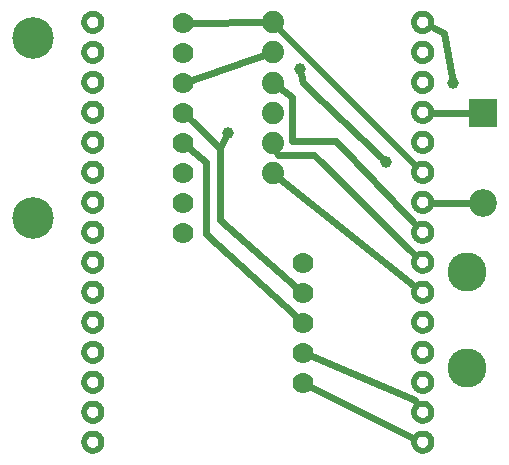
<source format=gtl>
G04 MADE WITH FRITZING*
G04 WWW.FRITZING.ORG*
G04 DOUBLE SIDED*
G04 HOLES PLATED*
G04 CONTOUR ON CENTER OF CONTOUR VECTOR*
%ASAXBY*%
%FSLAX23Y23*%
%MOIN*%
%OFA0B0*%
%SFA1.0B1.0*%
%ADD10C,0.092000*%
%ADD11C,0.074291*%
%ADD12C,0.138425*%
%ADD13C,0.070000*%
%ADD14C,0.130151*%
%ADD15C,0.039370*%
%ADD16R,0.092000X0.092000*%
%ADD17C,0.024000*%
%ADD18R,0.001000X0.001000*%
%LNCOPPER1*%
G90*
G70*
G54D10*
X1631Y1200D03*
X1631Y900D03*
G54D11*
X931Y999D03*
X931Y1100D03*
X931Y1200D03*
X931Y1300D03*
X931Y1401D03*
X931Y1501D03*
G54D12*
X131Y850D03*
G54D13*
X631Y1500D03*
X631Y1400D03*
X631Y1300D03*
X631Y1200D03*
X631Y1100D03*
X631Y1000D03*
X631Y900D03*
X631Y800D03*
G54D12*
X131Y1450D03*
X131Y850D03*
G54D13*
X631Y1500D03*
X631Y1400D03*
X631Y1300D03*
X631Y1200D03*
X631Y1100D03*
X631Y1000D03*
X631Y900D03*
X631Y800D03*
G54D12*
X131Y1450D03*
G54D13*
X1031Y700D03*
X1031Y600D03*
X1031Y500D03*
X1031Y400D03*
X1031Y300D03*
G54D14*
X1578Y348D03*
X1578Y669D03*
G54D13*
X1031Y700D03*
X1031Y600D03*
X1031Y500D03*
X1031Y400D03*
X1031Y300D03*
G54D14*
X1578Y348D03*
X1578Y669D03*
G54D15*
X1020Y1347D03*
X1308Y1035D03*
X780Y1131D03*
X1531Y1300D03*
G54D16*
X1631Y1200D03*
G54D17*
X1401Y730D02*
X1068Y1059D01*
X1068Y1059D02*
X948Y1059D01*
X948Y1059D02*
X943Y1071D01*
D02*
X1008Y521D02*
X708Y795D01*
X708Y795D02*
X708Y1035D01*
X708Y1035D02*
X655Y1080D01*
D02*
X956Y1281D02*
X996Y1251D01*
X996Y1251D02*
X996Y1107D01*
X996Y1107D02*
X1140Y1107D01*
X1140Y1107D02*
X1402Y831D01*
D02*
X1008Y620D02*
X756Y843D01*
X756Y843D02*
X756Y1083D01*
X756Y1083D02*
X654Y1179D01*
D02*
X772Y1114D02*
X756Y1083D01*
D02*
X1294Y1048D02*
X1032Y1299D01*
X1032Y1299D02*
X1025Y1328D01*
D02*
X1469Y1482D02*
X1500Y1467D01*
X1500Y1467D02*
X1528Y1319D01*
D02*
X956Y980D02*
X1398Y627D01*
D02*
X1594Y900D02*
X1473Y900D01*
D02*
X902Y1391D02*
X660Y1310D01*
D02*
X1060Y388D02*
X1404Y243D01*
X1404Y243D02*
X1408Y236D01*
D02*
X1393Y119D02*
X1059Y286D01*
D02*
X953Y1479D02*
X1401Y1030D01*
D02*
X662Y1500D02*
X900Y1501D01*
D02*
X1594Y1200D02*
X1473Y1200D01*
G54D18*
X330Y1540D02*
X332Y1540D01*
X1429Y1540D02*
X1432Y1540D01*
X323Y1539D02*
X339Y1539D01*
X1422Y1539D02*
X1438Y1539D01*
X320Y1538D02*
X343Y1538D01*
X1419Y1538D02*
X1442Y1538D01*
X317Y1537D02*
X345Y1537D01*
X1416Y1537D02*
X1445Y1537D01*
X315Y1536D02*
X347Y1536D01*
X1414Y1536D02*
X1447Y1536D01*
X313Y1535D02*
X349Y1535D01*
X1412Y1535D02*
X1449Y1535D01*
X311Y1534D02*
X351Y1534D01*
X1410Y1534D02*
X1450Y1534D01*
X309Y1533D02*
X353Y1533D01*
X1409Y1533D02*
X1452Y1533D01*
X308Y1532D02*
X354Y1532D01*
X1407Y1532D02*
X1453Y1532D01*
X307Y1531D02*
X355Y1531D01*
X1406Y1531D02*
X1455Y1531D01*
X305Y1530D02*
X357Y1530D01*
X1405Y1530D02*
X1456Y1530D01*
X304Y1529D02*
X358Y1529D01*
X1404Y1529D02*
X1457Y1529D01*
X303Y1528D02*
X359Y1528D01*
X1403Y1528D02*
X1458Y1528D01*
X303Y1527D02*
X360Y1527D01*
X1402Y1527D02*
X1459Y1527D01*
X302Y1526D02*
X360Y1526D01*
X1401Y1526D02*
X1460Y1526D01*
X301Y1525D02*
X361Y1525D01*
X1400Y1525D02*
X1461Y1525D01*
X300Y1524D02*
X362Y1524D01*
X1400Y1524D02*
X1461Y1524D01*
X299Y1523D02*
X363Y1523D01*
X1399Y1523D02*
X1462Y1523D01*
X299Y1522D02*
X363Y1522D01*
X1398Y1522D02*
X1463Y1522D01*
X298Y1521D02*
X364Y1521D01*
X1398Y1521D02*
X1463Y1521D01*
X298Y1520D02*
X329Y1520D01*
X333Y1520D02*
X364Y1520D01*
X1397Y1520D02*
X1428Y1520D01*
X1433Y1520D02*
X1464Y1520D01*
X297Y1519D02*
X324Y1519D01*
X338Y1519D02*
X365Y1519D01*
X1397Y1519D02*
X1423Y1519D01*
X1438Y1519D02*
X1464Y1519D01*
X297Y1518D02*
X322Y1518D01*
X340Y1518D02*
X365Y1518D01*
X1396Y1518D02*
X1421Y1518D01*
X1440Y1518D02*
X1465Y1518D01*
X296Y1517D02*
X320Y1517D01*
X342Y1517D02*
X366Y1517D01*
X1396Y1517D02*
X1419Y1517D01*
X1441Y1517D02*
X1465Y1517D01*
X296Y1516D02*
X319Y1516D01*
X343Y1516D02*
X366Y1516D01*
X1395Y1516D02*
X1418Y1516D01*
X1443Y1516D02*
X1466Y1516D01*
X295Y1515D02*
X318Y1515D01*
X344Y1515D02*
X367Y1515D01*
X1395Y1515D02*
X1417Y1515D01*
X1444Y1515D02*
X1466Y1515D01*
X295Y1514D02*
X317Y1514D01*
X345Y1514D02*
X367Y1514D01*
X1394Y1514D02*
X1416Y1514D01*
X1445Y1514D02*
X1466Y1514D01*
X295Y1513D02*
X316Y1513D01*
X346Y1513D02*
X367Y1513D01*
X1394Y1513D02*
X1415Y1513D01*
X1446Y1513D02*
X1467Y1513D01*
X294Y1512D02*
X315Y1512D01*
X347Y1512D02*
X368Y1512D01*
X1394Y1512D02*
X1414Y1512D01*
X1447Y1512D02*
X1467Y1512D01*
X294Y1511D02*
X314Y1511D01*
X348Y1511D02*
X368Y1511D01*
X1393Y1511D02*
X1414Y1511D01*
X1447Y1511D02*
X1467Y1511D01*
X294Y1510D02*
X314Y1510D01*
X348Y1510D02*
X368Y1510D01*
X1393Y1510D02*
X1413Y1510D01*
X1448Y1510D02*
X1468Y1510D01*
X294Y1509D02*
X313Y1509D01*
X349Y1509D02*
X368Y1509D01*
X1393Y1509D02*
X1412Y1509D01*
X1448Y1509D02*
X1468Y1509D01*
X293Y1508D02*
X313Y1508D01*
X349Y1508D02*
X369Y1508D01*
X1393Y1508D02*
X1412Y1508D01*
X1449Y1508D02*
X1468Y1508D01*
X293Y1507D02*
X312Y1507D01*
X350Y1507D02*
X369Y1507D01*
X1393Y1507D02*
X1412Y1507D01*
X1449Y1507D02*
X1468Y1507D01*
X293Y1506D02*
X312Y1506D01*
X350Y1506D02*
X369Y1506D01*
X1392Y1506D02*
X1412Y1506D01*
X1449Y1506D02*
X1468Y1506D01*
X293Y1505D02*
X312Y1505D01*
X350Y1505D02*
X369Y1505D01*
X1392Y1505D02*
X1411Y1505D01*
X1450Y1505D02*
X1469Y1505D01*
X293Y1504D02*
X312Y1504D01*
X350Y1504D02*
X369Y1504D01*
X1392Y1504D02*
X1411Y1504D01*
X1450Y1504D02*
X1469Y1504D01*
X293Y1503D02*
X312Y1503D01*
X350Y1503D02*
X369Y1503D01*
X1392Y1503D02*
X1411Y1503D01*
X1450Y1503D02*
X1469Y1503D01*
X293Y1502D02*
X312Y1502D01*
X350Y1502D02*
X369Y1502D01*
X1392Y1502D02*
X1411Y1502D01*
X1450Y1502D02*
X1469Y1502D01*
X293Y1501D02*
X312Y1501D01*
X350Y1501D02*
X369Y1501D01*
X1392Y1501D02*
X1411Y1501D01*
X1450Y1501D02*
X1469Y1501D01*
X293Y1500D02*
X312Y1500D01*
X350Y1500D02*
X369Y1500D01*
X1392Y1500D02*
X1411Y1500D01*
X1450Y1500D02*
X1469Y1500D01*
X293Y1499D02*
X312Y1499D01*
X350Y1499D02*
X369Y1499D01*
X1392Y1499D02*
X1411Y1499D01*
X1450Y1499D02*
X1469Y1499D01*
X293Y1498D02*
X312Y1498D01*
X350Y1498D02*
X369Y1498D01*
X1392Y1498D02*
X1411Y1498D01*
X1450Y1498D02*
X1469Y1498D01*
X293Y1497D02*
X312Y1497D01*
X350Y1497D02*
X369Y1497D01*
X1392Y1497D02*
X1411Y1497D01*
X1449Y1497D02*
X1469Y1497D01*
X293Y1496D02*
X312Y1496D01*
X350Y1496D02*
X369Y1496D01*
X1392Y1496D02*
X1412Y1496D01*
X1449Y1496D02*
X1468Y1496D01*
X293Y1495D02*
X313Y1495D01*
X350Y1495D02*
X369Y1495D01*
X1393Y1495D02*
X1412Y1495D01*
X1449Y1495D02*
X1468Y1495D01*
X293Y1494D02*
X313Y1494D01*
X349Y1494D02*
X369Y1494D01*
X1393Y1494D02*
X1412Y1494D01*
X1449Y1494D02*
X1468Y1494D01*
X294Y1493D02*
X313Y1493D01*
X349Y1493D02*
X368Y1493D01*
X1393Y1493D02*
X1413Y1493D01*
X1448Y1493D02*
X1468Y1493D01*
X294Y1492D02*
X314Y1492D01*
X348Y1492D02*
X368Y1492D01*
X1393Y1492D02*
X1413Y1492D01*
X1448Y1492D02*
X1468Y1492D01*
X294Y1491D02*
X314Y1491D01*
X348Y1491D02*
X368Y1491D01*
X1394Y1491D02*
X1414Y1491D01*
X1447Y1491D02*
X1467Y1491D01*
X294Y1490D02*
X315Y1490D01*
X347Y1490D02*
X368Y1490D01*
X1394Y1490D02*
X1415Y1490D01*
X1446Y1490D02*
X1467Y1490D01*
X295Y1489D02*
X316Y1489D01*
X346Y1489D02*
X367Y1489D01*
X1394Y1489D02*
X1415Y1489D01*
X1445Y1489D02*
X1467Y1489D01*
X295Y1488D02*
X317Y1488D01*
X345Y1488D02*
X367Y1488D01*
X1395Y1488D02*
X1416Y1488D01*
X1444Y1488D02*
X1466Y1488D01*
X296Y1487D02*
X318Y1487D01*
X344Y1487D02*
X367Y1487D01*
X1395Y1487D02*
X1417Y1487D01*
X1443Y1487D02*
X1466Y1487D01*
X296Y1486D02*
X319Y1486D01*
X343Y1486D02*
X366Y1486D01*
X1395Y1486D02*
X1419Y1486D01*
X1442Y1486D02*
X1466Y1486D01*
X296Y1485D02*
X320Y1485D01*
X342Y1485D02*
X366Y1485D01*
X1396Y1485D02*
X1420Y1485D01*
X1441Y1485D02*
X1465Y1485D01*
X297Y1484D02*
X322Y1484D01*
X340Y1484D02*
X365Y1484D01*
X1396Y1484D02*
X1422Y1484D01*
X1439Y1484D02*
X1465Y1484D01*
X297Y1483D02*
X325Y1483D01*
X337Y1483D02*
X365Y1483D01*
X1397Y1483D02*
X1424Y1483D01*
X1437Y1483D02*
X1464Y1483D01*
X298Y1482D02*
X364Y1482D01*
X1397Y1482D02*
X1464Y1482D01*
X298Y1481D02*
X364Y1481D01*
X1398Y1481D02*
X1463Y1481D01*
X299Y1480D02*
X363Y1480D01*
X1398Y1480D02*
X1462Y1480D01*
X300Y1479D02*
X362Y1479D01*
X1399Y1479D02*
X1462Y1479D01*
X300Y1478D02*
X362Y1478D01*
X1400Y1478D02*
X1461Y1478D01*
X301Y1477D02*
X361Y1477D01*
X1401Y1477D02*
X1460Y1477D01*
X302Y1476D02*
X360Y1476D01*
X1401Y1476D02*
X1459Y1476D01*
X303Y1475D02*
X359Y1475D01*
X1402Y1475D02*
X1459Y1475D01*
X304Y1474D02*
X358Y1474D01*
X1403Y1474D02*
X1458Y1474D01*
X305Y1473D02*
X357Y1473D01*
X1404Y1473D02*
X1457Y1473D01*
X306Y1472D02*
X356Y1472D01*
X1405Y1472D02*
X1456Y1472D01*
X307Y1471D02*
X355Y1471D01*
X1406Y1471D02*
X1454Y1471D01*
X308Y1470D02*
X354Y1470D01*
X1408Y1470D02*
X1453Y1470D01*
X310Y1469D02*
X352Y1469D01*
X1409Y1469D02*
X1452Y1469D01*
X312Y1468D02*
X351Y1468D01*
X1411Y1468D02*
X1450Y1468D01*
X313Y1467D02*
X349Y1467D01*
X1413Y1467D02*
X1448Y1467D01*
X315Y1466D02*
X347Y1466D01*
X1415Y1466D02*
X1446Y1466D01*
X318Y1465D02*
X344Y1465D01*
X1417Y1465D02*
X1444Y1465D01*
X321Y1464D02*
X341Y1464D01*
X1420Y1464D02*
X1441Y1464D01*
X325Y1463D02*
X337Y1463D01*
X1424Y1463D02*
X1437Y1463D01*
X329Y1440D02*
X333Y1440D01*
X1428Y1440D02*
X1432Y1440D01*
X323Y1439D02*
X339Y1439D01*
X1422Y1439D02*
X1439Y1439D01*
X319Y1438D02*
X343Y1438D01*
X1419Y1438D02*
X1442Y1438D01*
X317Y1437D02*
X345Y1437D01*
X1416Y1437D02*
X1445Y1437D01*
X315Y1436D02*
X347Y1436D01*
X1414Y1436D02*
X1447Y1436D01*
X313Y1435D02*
X350Y1435D01*
X1412Y1435D02*
X1449Y1435D01*
X311Y1434D02*
X351Y1434D01*
X1410Y1434D02*
X1451Y1434D01*
X309Y1433D02*
X353Y1433D01*
X1409Y1433D02*
X1452Y1433D01*
X308Y1432D02*
X354Y1432D01*
X1407Y1432D02*
X1454Y1432D01*
X307Y1431D02*
X356Y1431D01*
X1406Y1431D02*
X1455Y1431D01*
X305Y1430D02*
X357Y1430D01*
X1405Y1430D02*
X1456Y1430D01*
X304Y1429D02*
X358Y1429D01*
X1404Y1429D02*
X1457Y1429D01*
X303Y1428D02*
X359Y1428D01*
X1403Y1428D02*
X1458Y1428D01*
X302Y1427D02*
X360Y1427D01*
X1402Y1427D02*
X1459Y1427D01*
X302Y1426D02*
X360Y1426D01*
X1401Y1426D02*
X1460Y1426D01*
X301Y1425D02*
X361Y1425D01*
X1400Y1425D02*
X1461Y1425D01*
X300Y1424D02*
X362Y1424D01*
X1400Y1424D02*
X1461Y1424D01*
X299Y1423D02*
X363Y1423D01*
X1399Y1423D02*
X1462Y1423D01*
X299Y1422D02*
X363Y1422D01*
X1398Y1422D02*
X1463Y1422D01*
X298Y1421D02*
X364Y1421D01*
X1398Y1421D02*
X1463Y1421D01*
X298Y1420D02*
X328Y1420D01*
X334Y1420D02*
X364Y1420D01*
X1397Y1420D02*
X1427Y1420D01*
X1434Y1420D02*
X1464Y1420D01*
X297Y1419D02*
X323Y1419D01*
X339Y1419D02*
X365Y1419D01*
X1397Y1419D02*
X1423Y1419D01*
X1438Y1419D02*
X1464Y1419D01*
X297Y1418D02*
X322Y1418D01*
X341Y1418D02*
X365Y1418D01*
X1396Y1418D02*
X1421Y1418D01*
X1440Y1418D02*
X1465Y1418D01*
X296Y1417D02*
X320Y1417D01*
X342Y1417D02*
X366Y1417D01*
X1396Y1417D02*
X1419Y1417D01*
X1442Y1417D02*
X1465Y1417D01*
X296Y1416D02*
X319Y1416D01*
X343Y1416D02*
X366Y1416D01*
X1395Y1416D02*
X1418Y1416D01*
X1443Y1416D02*
X1466Y1416D01*
X295Y1415D02*
X318Y1415D01*
X344Y1415D02*
X367Y1415D01*
X1395Y1415D02*
X1417Y1415D01*
X1444Y1415D02*
X1466Y1415D01*
X295Y1414D02*
X317Y1414D01*
X345Y1414D02*
X367Y1414D01*
X1394Y1414D02*
X1416Y1414D01*
X1445Y1414D02*
X1466Y1414D01*
X295Y1413D02*
X316Y1413D01*
X346Y1413D02*
X367Y1413D01*
X1394Y1413D02*
X1415Y1413D01*
X1446Y1413D02*
X1467Y1413D01*
X294Y1412D02*
X315Y1412D01*
X347Y1412D02*
X368Y1412D01*
X1394Y1412D02*
X1414Y1412D01*
X1447Y1412D02*
X1467Y1412D01*
X294Y1411D02*
X314Y1411D01*
X348Y1411D02*
X368Y1411D01*
X1393Y1411D02*
X1414Y1411D01*
X1447Y1411D02*
X1467Y1411D01*
X294Y1410D02*
X314Y1410D01*
X348Y1410D02*
X368Y1410D01*
X1393Y1410D02*
X1413Y1410D01*
X1448Y1410D02*
X1468Y1410D01*
X294Y1409D02*
X313Y1409D01*
X349Y1409D02*
X369Y1409D01*
X1393Y1409D02*
X1412Y1409D01*
X1448Y1409D02*
X1468Y1409D01*
X293Y1408D02*
X313Y1408D01*
X349Y1408D02*
X369Y1408D01*
X1393Y1408D02*
X1412Y1408D01*
X1449Y1408D02*
X1468Y1408D01*
X293Y1407D02*
X312Y1407D01*
X350Y1407D02*
X369Y1407D01*
X1393Y1407D02*
X1412Y1407D01*
X1449Y1407D02*
X1468Y1407D01*
X293Y1406D02*
X312Y1406D01*
X350Y1406D02*
X369Y1406D01*
X1392Y1406D02*
X1411Y1406D01*
X1449Y1406D02*
X1468Y1406D01*
X293Y1405D02*
X312Y1405D01*
X350Y1405D02*
X369Y1405D01*
X1392Y1405D02*
X1411Y1405D01*
X1450Y1405D02*
X1469Y1405D01*
X293Y1404D02*
X312Y1404D01*
X350Y1404D02*
X369Y1404D01*
X1392Y1404D02*
X1411Y1404D01*
X1450Y1404D02*
X1469Y1404D01*
X293Y1403D02*
X312Y1403D01*
X350Y1403D02*
X369Y1403D01*
X1392Y1403D02*
X1411Y1403D01*
X1450Y1403D02*
X1469Y1403D01*
X293Y1402D02*
X312Y1402D01*
X350Y1402D02*
X369Y1402D01*
X1392Y1402D02*
X1411Y1402D01*
X1450Y1402D02*
X1469Y1402D01*
X293Y1401D02*
X312Y1401D01*
X350Y1401D02*
X369Y1401D01*
X1392Y1401D02*
X1411Y1401D01*
X1450Y1401D02*
X1469Y1401D01*
X293Y1400D02*
X312Y1400D01*
X350Y1400D02*
X369Y1400D01*
X1392Y1400D02*
X1411Y1400D01*
X1450Y1400D02*
X1469Y1400D01*
X293Y1399D02*
X312Y1399D01*
X350Y1399D02*
X369Y1399D01*
X1392Y1399D02*
X1411Y1399D01*
X1450Y1399D02*
X1469Y1399D01*
X293Y1398D02*
X312Y1398D01*
X350Y1398D02*
X369Y1398D01*
X1392Y1398D02*
X1411Y1398D01*
X1450Y1398D02*
X1469Y1398D01*
X293Y1397D02*
X312Y1397D01*
X350Y1397D02*
X369Y1397D01*
X1392Y1397D02*
X1411Y1397D01*
X1449Y1397D02*
X1468Y1397D01*
X293Y1396D02*
X312Y1396D01*
X350Y1396D02*
X369Y1396D01*
X1392Y1396D02*
X1412Y1396D01*
X1449Y1396D02*
X1468Y1396D01*
X293Y1395D02*
X313Y1395D01*
X349Y1395D02*
X369Y1395D01*
X1393Y1395D02*
X1412Y1395D01*
X1449Y1395D02*
X1468Y1395D01*
X293Y1394D02*
X313Y1394D01*
X349Y1394D02*
X369Y1394D01*
X1393Y1394D02*
X1412Y1394D01*
X1449Y1394D02*
X1468Y1394D01*
X294Y1393D02*
X313Y1393D01*
X349Y1393D02*
X368Y1393D01*
X1393Y1393D02*
X1413Y1393D01*
X1448Y1393D02*
X1468Y1393D01*
X294Y1392D02*
X314Y1392D01*
X348Y1392D02*
X368Y1392D01*
X1393Y1392D02*
X1413Y1392D01*
X1448Y1392D02*
X1467Y1392D01*
X294Y1391D02*
X314Y1391D01*
X348Y1391D02*
X368Y1391D01*
X1394Y1391D02*
X1414Y1391D01*
X1447Y1391D02*
X1467Y1391D01*
X294Y1390D02*
X315Y1390D01*
X347Y1390D02*
X368Y1390D01*
X1394Y1390D02*
X1415Y1390D01*
X1446Y1390D02*
X1467Y1390D01*
X295Y1389D02*
X316Y1389D01*
X346Y1389D02*
X367Y1389D01*
X1394Y1389D02*
X1415Y1389D01*
X1445Y1389D02*
X1467Y1389D01*
X295Y1388D02*
X317Y1388D01*
X345Y1388D02*
X367Y1388D01*
X1395Y1388D02*
X1416Y1388D01*
X1444Y1388D02*
X1466Y1388D01*
X296Y1387D02*
X318Y1387D01*
X344Y1387D02*
X366Y1387D01*
X1395Y1387D02*
X1417Y1387D01*
X1443Y1387D02*
X1466Y1387D01*
X296Y1386D02*
X319Y1386D01*
X343Y1386D02*
X366Y1386D01*
X1395Y1386D02*
X1419Y1386D01*
X1442Y1386D02*
X1465Y1386D01*
X296Y1385D02*
X321Y1385D01*
X341Y1385D02*
X366Y1385D01*
X1396Y1385D02*
X1420Y1385D01*
X1441Y1385D02*
X1465Y1385D01*
X297Y1384D02*
X322Y1384D01*
X340Y1384D02*
X365Y1384D01*
X1396Y1384D02*
X1422Y1384D01*
X1439Y1384D02*
X1465Y1384D01*
X297Y1383D02*
X325Y1383D01*
X337Y1383D02*
X365Y1383D01*
X1397Y1383D02*
X1424Y1383D01*
X1436Y1383D02*
X1464Y1383D01*
X298Y1382D02*
X364Y1382D01*
X1397Y1382D02*
X1464Y1382D01*
X299Y1381D02*
X364Y1381D01*
X1398Y1381D02*
X1463Y1381D01*
X299Y1380D02*
X363Y1380D01*
X1398Y1380D02*
X1462Y1380D01*
X300Y1379D02*
X362Y1379D01*
X1399Y1379D02*
X1462Y1379D01*
X300Y1378D02*
X362Y1378D01*
X1400Y1378D02*
X1461Y1378D01*
X301Y1377D02*
X361Y1377D01*
X1401Y1377D02*
X1460Y1377D01*
X302Y1376D02*
X360Y1376D01*
X1401Y1376D02*
X1459Y1376D01*
X303Y1375D02*
X359Y1375D01*
X1402Y1375D02*
X1459Y1375D01*
X304Y1374D02*
X358Y1374D01*
X1403Y1374D02*
X1458Y1374D01*
X305Y1373D02*
X357Y1373D01*
X1404Y1373D02*
X1457Y1373D01*
X306Y1372D02*
X356Y1372D01*
X1405Y1372D02*
X1455Y1372D01*
X307Y1371D02*
X355Y1371D01*
X1407Y1371D02*
X1454Y1371D01*
X309Y1370D02*
X354Y1370D01*
X1408Y1370D02*
X1453Y1370D01*
X310Y1369D02*
X352Y1369D01*
X1409Y1369D02*
X1451Y1369D01*
X312Y1368D02*
X350Y1368D01*
X1411Y1368D02*
X1450Y1368D01*
X313Y1367D02*
X349Y1367D01*
X1413Y1367D02*
X1448Y1367D01*
X316Y1366D02*
X347Y1366D01*
X1415Y1366D02*
X1446Y1366D01*
X318Y1365D02*
X344Y1365D01*
X1417Y1365D02*
X1443Y1365D01*
X321Y1364D02*
X341Y1364D01*
X1420Y1364D02*
X1441Y1364D01*
X325Y1363D02*
X337Y1363D01*
X1424Y1363D02*
X1436Y1363D01*
X328Y1340D02*
X334Y1340D01*
X1428Y1340D02*
X1433Y1340D01*
X323Y1339D02*
X339Y1339D01*
X1422Y1339D02*
X1439Y1339D01*
X319Y1338D02*
X343Y1338D01*
X1419Y1338D02*
X1442Y1338D01*
X317Y1337D02*
X345Y1337D01*
X1416Y1337D02*
X1445Y1337D01*
X314Y1336D02*
X348Y1336D01*
X1414Y1336D02*
X1447Y1336D01*
X312Y1335D02*
X350Y1335D01*
X1412Y1335D02*
X1449Y1335D01*
X311Y1334D02*
X351Y1334D01*
X1410Y1334D02*
X1451Y1334D01*
X309Y1333D02*
X353Y1333D01*
X1409Y1333D02*
X1452Y1333D01*
X308Y1332D02*
X354Y1332D01*
X1407Y1332D02*
X1454Y1332D01*
X306Y1331D02*
X356Y1331D01*
X1406Y1331D02*
X1455Y1331D01*
X305Y1330D02*
X357Y1330D01*
X1405Y1330D02*
X1456Y1330D01*
X304Y1329D02*
X358Y1329D01*
X1404Y1329D02*
X1457Y1329D01*
X303Y1328D02*
X359Y1328D01*
X1403Y1328D02*
X1458Y1328D01*
X302Y1327D02*
X360Y1327D01*
X1402Y1327D02*
X1459Y1327D01*
X302Y1326D02*
X360Y1326D01*
X1401Y1326D02*
X1460Y1326D01*
X301Y1325D02*
X361Y1325D01*
X1400Y1325D02*
X1461Y1325D01*
X300Y1324D02*
X362Y1324D01*
X1399Y1324D02*
X1461Y1324D01*
X299Y1323D02*
X363Y1323D01*
X1399Y1323D02*
X1462Y1323D01*
X299Y1322D02*
X363Y1322D01*
X1398Y1322D02*
X1463Y1322D01*
X298Y1321D02*
X364Y1321D01*
X1398Y1321D02*
X1463Y1321D01*
X298Y1320D02*
X327Y1320D01*
X335Y1320D02*
X364Y1320D01*
X1397Y1320D02*
X1427Y1320D01*
X1434Y1320D02*
X1464Y1320D01*
X297Y1319D02*
X323Y1319D01*
X339Y1319D02*
X365Y1319D01*
X1396Y1319D02*
X1423Y1319D01*
X1438Y1319D02*
X1464Y1319D01*
X297Y1318D02*
X321Y1318D01*
X341Y1318D02*
X365Y1318D01*
X1396Y1318D02*
X1421Y1318D01*
X1440Y1318D02*
X1465Y1318D01*
X296Y1317D02*
X320Y1317D01*
X342Y1317D02*
X366Y1317D01*
X1396Y1317D02*
X1419Y1317D01*
X1442Y1317D02*
X1465Y1317D01*
X296Y1316D02*
X319Y1316D01*
X343Y1316D02*
X366Y1316D01*
X1395Y1316D02*
X1418Y1316D01*
X1443Y1316D02*
X1466Y1316D01*
X295Y1315D02*
X317Y1315D01*
X345Y1315D02*
X367Y1315D01*
X1395Y1315D02*
X1417Y1315D01*
X1444Y1315D02*
X1466Y1315D01*
X295Y1314D02*
X317Y1314D01*
X346Y1314D02*
X367Y1314D01*
X1394Y1314D02*
X1416Y1314D01*
X1445Y1314D02*
X1466Y1314D01*
X295Y1313D02*
X316Y1313D01*
X346Y1313D02*
X367Y1313D01*
X1394Y1313D02*
X1415Y1313D01*
X1446Y1313D02*
X1467Y1313D01*
X294Y1312D02*
X315Y1312D01*
X347Y1312D02*
X368Y1312D01*
X1394Y1312D02*
X1414Y1312D01*
X1447Y1312D02*
X1467Y1312D01*
X294Y1311D02*
X314Y1311D01*
X348Y1311D02*
X368Y1311D01*
X1393Y1311D02*
X1414Y1311D01*
X1447Y1311D02*
X1467Y1311D01*
X294Y1310D02*
X314Y1310D01*
X348Y1310D02*
X368Y1310D01*
X1393Y1310D02*
X1413Y1310D01*
X1448Y1310D02*
X1468Y1310D01*
X294Y1309D02*
X313Y1309D01*
X349Y1309D02*
X369Y1309D01*
X1393Y1309D02*
X1412Y1309D01*
X1448Y1309D02*
X1468Y1309D01*
X293Y1308D02*
X313Y1308D01*
X349Y1308D02*
X369Y1308D01*
X1393Y1308D02*
X1412Y1308D01*
X1449Y1308D02*
X1468Y1308D01*
X293Y1307D02*
X312Y1307D01*
X350Y1307D02*
X369Y1307D01*
X1393Y1307D02*
X1412Y1307D01*
X1449Y1307D02*
X1468Y1307D01*
X293Y1306D02*
X312Y1306D01*
X350Y1306D02*
X369Y1306D01*
X1392Y1306D02*
X1411Y1306D01*
X1449Y1306D02*
X1468Y1306D01*
X293Y1305D02*
X312Y1305D01*
X350Y1305D02*
X369Y1305D01*
X1392Y1305D02*
X1411Y1305D01*
X1450Y1305D02*
X1469Y1305D01*
X293Y1304D02*
X312Y1304D01*
X350Y1304D02*
X369Y1304D01*
X1392Y1304D02*
X1411Y1304D01*
X1450Y1304D02*
X1469Y1304D01*
X293Y1303D02*
X312Y1303D01*
X350Y1303D02*
X369Y1303D01*
X1392Y1303D02*
X1411Y1303D01*
X1450Y1303D02*
X1469Y1303D01*
X293Y1302D02*
X312Y1302D01*
X350Y1302D02*
X369Y1302D01*
X1392Y1302D02*
X1411Y1302D01*
X1450Y1302D02*
X1469Y1302D01*
X293Y1301D02*
X312Y1301D01*
X350Y1301D02*
X369Y1301D01*
X1392Y1301D02*
X1411Y1301D01*
X1450Y1301D02*
X1469Y1301D01*
X293Y1300D02*
X312Y1300D01*
X350Y1300D02*
X369Y1300D01*
X1392Y1300D02*
X1411Y1300D01*
X1450Y1300D02*
X1469Y1300D01*
X293Y1299D02*
X312Y1299D01*
X350Y1299D02*
X369Y1299D01*
X1392Y1299D02*
X1411Y1299D01*
X1450Y1299D02*
X1469Y1299D01*
X293Y1298D02*
X312Y1298D01*
X350Y1298D02*
X369Y1298D01*
X1392Y1298D02*
X1411Y1298D01*
X1450Y1298D02*
X1469Y1298D01*
X293Y1297D02*
X312Y1297D01*
X350Y1297D02*
X369Y1297D01*
X1392Y1297D02*
X1411Y1297D01*
X1449Y1297D02*
X1468Y1297D01*
X293Y1296D02*
X312Y1296D01*
X350Y1296D02*
X369Y1296D01*
X1392Y1296D02*
X1412Y1296D01*
X1449Y1296D02*
X1468Y1296D01*
X293Y1295D02*
X313Y1295D01*
X349Y1295D02*
X369Y1295D01*
X1393Y1295D02*
X1412Y1295D01*
X1449Y1295D02*
X1468Y1295D01*
X293Y1294D02*
X313Y1294D01*
X349Y1294D02*
X369Y1294D01*
X1393Y1294D02*
X1412Y1294D01*
X1449Y1294D02*
X1468Y1294D01*
X294Y1293D02*
X313Y1293D01*
X349Y1293D02*
X368Y1293D01*
X1393Y1293D02*
X1413Y1293D01*
X1448Y1293D02*
X1468Y1293D01*
X294Y1292D02*
X314Y1292D01*
X348Y1292D02*
X368Y1292D01*
X1393Y1292D02*
X1413Y1292D01*
X1447Y1292D02*
X1467Y1292D01*
X294Y1291D02*
X315Y1291D01*
X348Y1291D02*
X368Y1291D01*
X1394Y1291D02*
X1414Y1291D01*
X1447Y1291D02*
X1467Y1291D01*
X294Y1290D02*
X315Y1290D01*
X347Y1290D02*
X368Y1290D01*
X1394Y1290D02*
X1415Y1290D01*
X1446Y1290D02*
X1467Y1290D01*
X295Y1289D02*
X316Y1289D01*
X346Y1289D02*
X367Y1289D01*
X1394Y1289D02*
X1416Y1289D01*
X1445Y1289D02*
X1467Y1289D01*
X295Y1288D02*
X317Y1288D01*
X345Y1288D02*
X367Y1288D01*
X1395Y1288D02*
X1416Y1288D01*
X1444Y1288D02*
X1466Y1288D01*
X296Y1287D02*
X318Y1287D01*
X344Y1287D02*
X366Y1287D01*
X1395Y1287D02*
X1418Y1287D01*
X1443Y1287D02*
X1466Y1287D01*
X296Y1286D02*
X319Y1286D01*
X343Y1286D02*
X366Y1286D01*
X1395Y1286D02*
X1419Y1286D01*
X1442Y1286D02*
X1465Y1286D01*
X296Y1285D02*
X321Y1285D01*
X341Y1285D02*
X366Y1285D01*
X1396Y1285D02*
X1420Y1285D01*
X1441Y1285D02*
X1465Y1285D01*
X297Y1284D02*
X322Y1284D01*
X340Y1284D02*
X365Y1284D01*
X1396Y1284D02*
X1422Y1284D01*
X1439Y1284D02*
X1465Y1284D01*
X297Y1283D02*
X325Y1283D01*
X337Y1283D02*
X365Y1283D01*
X1397Y1283D02*
X1425Y1283D01*
X1436Y1283D02*
X1464Y1283D01*
X298Y1282D02*
X364Y1282D01*
X1397Y1282D02*
X1463Y1282D01*
X299Y1281D02*
X364Y1281D01*
X1398Y1281D02*
X1463Y1281D01*
X299Y1280D02*
X363Y1280D01*
X1399Y1280D02*
X1462Y1280D01*
X300Y1279D02*
X362Y1279D01*
X1399Y1279D02*
X1462Y1279D01*
X301Y1278D02*
X362Y1278D01*
X1400Y1278D02*
X1461Y1278D01*
X301Y1277D02*
X361Y1277D01*
X1401Y1277D02*
X1460Y1277D01*
X302Y1276D02*
X360Y1276D01*
X1401Y1276D02*
X1459Y1276D01*
X303Y1275D02*
X359Y1275D01*
X1402Y1275D02*
X1459Y1275D01*
X304Y1274D02*
X358Y1274D01*
X1403Y1274D02*
X1458Y1274D01*
X305Y1273D02*
X357Y1273D01*
X1404Y1273D02*
X1457Y1273D01*
X306Y1272D02*
X356Y1272D01*
X1405Y1272D02*
X1455Y1272D01*
X307Y1271D02*
X355Y1271D01*
X1407Y1271D02*
X1454Y1271D01*
X309Y1270D02*
X353Y1270D01*
X1408Y1270D02*
X1453Y1270D01*
X310Y1269D02*
X352Y1269D01*
X1409Y1269D02*
X1451Y1269D01*
X312Y1268D02*
X350Y1268D01*
X1411Y1268D02*
X1450Y1268D01*
X314Y1267D02*
X349Y1267D01*
X1413Y1267D02*
X1448Y1267D01*
X316Y1266D02*
X346Y1266D01*
X1415Y1266D02*
X1446Y1266D01*
X318Y1265D02*
X344Y1265D01*
X1417Y1265D02*
X1443Y1265D01*
X321Y1264D02*
X341Y1264D01*
X1420Y1264D02*
X1440Y1264D01*
X325Y1263D02*
X337Y1263D01*
X1425Y1263D02*
X1436Y1263D01*
X328Y1240D02*
X335Y1240D01*
X1427Y1240D02*
X1434Y1240D01*
X322Y1239D02*
X340Y1239D01*
X1422Y1239D02*
X1439Y1239D01*
X319Y1238D02*
X343Y1238D01*
X1418Y1238D02*
X1442Y1238D01*
X316Y1237D02*
X346Y1237D01*
X1416Y1237D02*
X1445Y1237D01*
X314Y1236D02*
X348Y1236D01*
X1414Y1236D02*
X1447Y1236D01*
X312Y1235D02*
X350Y1235D01*
X1412Y1235D02*
X1449Y1235D01*
X311Y1234D02*
X351Y1234D01*
X1410Y1234D02*
X1451Y1234D01*
X309Y1233D02*
X353Y1233D01*
X1408Y1233D02*
X1452Y1233D01*
X308Y1232D02*
X354Y1232D01*
X1407Y1232D02*
X1454Y1232D01*
X306Y1231D02*
X356Y1231D01*
X1406Y1231D02*
X1455Y1231D01*
X305Y1230D02*
X357Y1230D01*
X1405Y1230D02*
X1456Y1230D01*
X304Y1229D02*
X358Y1229D01*
X1404Y1229D02*
X1457Y1229D01*
X303Y1228D02*
X359Y1228D01*
X1403Y1228D02*
X1458Y1228D01*
X302Y1227D02*
X360Y1227D01*
X1402Y1227D02*
X1459Y1227D01*
X302Y1226D02*
X361Y1226D01*
X1401Y1226D02*
X1460Y1226D01*
X301Y1225D02*
X361Y1225D01*
X1400Y1225D02*
X1461Y1225D01*
X300Y1224D02*
X362Y1224D01*
X1399Y1224D02*
X1461Y1224D01*
X299Y1223D02*
X363Y1223D01*
X1399Y1223D02*
X1462Y1223D01*
X299Y1222D02*
X363Y1222D01*
X1398Y1222D02*
X1463Y1222D01*
X298Y1221D02*
X364Y1221D01*
X1398Y1221D02*
X1463Y1221D01*
X298Y1220D02*
X327Y1220D01*
X335Y1220D02*
X364Y1220D01*
X1397Y1220D02*
X1426Y1220D01*
X1435Y1220D02*
X1464Y1220D01*
X297Y1219D02*
X323Y1219D01*
X339Y1219D02*
X365Y1219D01*
X1396Y1219D02*
X1423Y1219D01*
X1438Y1219D02*
X1464Y1219D01*
X297Y1218D02*
X321Y1218D01*
X341Y1218D02*
X365Y1218D01*
X1396Y1218D02*
X1421Y1218D01*
X1440Y1218D02*
X1465Y1218D01*
X296Y1217D02*
X320Y1217D01*
X342Y1217D02*
X366Y1217D01*
X1396Y1217D02*
X1419Y1217D01*
X1442Y1217D02*
X1465Y1217D01*
X296Y1216D02*
X319Y1216D01*
X343Y1216D02*
X366Y1216D01*
X1395Y1216D02*
X1418Y1216D01*
X1443Y1216D02*
X1466Y1216D01*
X295Y1215D02*
X317Y1215D01*
X345Y1215D02*
X367Y1215D01*
X1395Y1215D02*
X1417Y1215D01*
X1444Y1215D02*
X1466Y1215D01*
X295Y1214D02*
X316Y1214D01*
X346Y1214D02*
X367Y1214D01*
X1394Y1214D02*
X1416Y1214D01*
X1445Y1214D02*
X1466Y1214D01*
X295Y1213D02*
X316Y1213D01*
X346Y1213D02*
X367Y1213D01*
X1394Y1213D02*
X1415Y1213D01*
X1446Y1213D02*
X1467Y1213D01*
X294Y1212D02*
X315Y1212D01*
X347Y1212D02*
X368Y1212D01*
X1394Y1212D02*
X1414Y1212D01*
X1447Y1212D02*
X1467Y1212D01*
X294Y1211D02*
X314Y1211D01*
X348Y1211D02*
X368Y1211D01*
X1393Y1211D02*
X1414Y1211D01*
X1447Y1211D02*
X1467Y1211D01*
X294Y1210D02*
X314Y1210D01*
X348Y1210D02*
X368Y1210D01*
X1393Y1210D02*
X1413Y1210D01*
X1448Y1210D02*
X1468Y1210D01*
X294Y1209D02*
X313Y1209D01*
X349Y1209D02*
X369Y1209D01*
X1393Y1209D02*
X1412Y1209D01*
X1448Y1209D02*
X1468Y1209D01*
X293Y1208D02*
X313Y1208D01*
X349Y1208D02*
X369Y1208D01*
X1393Y1208D02*
X1412Y1208D01*
X1449Y1208D02*
X1468Y1208D01*
X293Y1207D02*
X312Y1207D01*
X350Y1207D02*
X369Y1207D01*
X1393Y1207D02*
X1412Y1207D01*
X1449Y1207D02*
X1468Y1207D01*
X293Y1206D02*
X312Y1206D01*
X350Y1206D02*
X369Y1206D01*
X1392Y1206D02*
X1411Y1206D01*
X1449Y1206D02*
X1468Y1206D01*
X293Y1205D02*
X312Y1205D01*
X350Y1205D02*
X369Y1205D01*
X1392Y1205D02*
X1411Y1205D01*
X1450Y1205D02*
X1469Y1205D01*
X293Y1204D02*
X312Y1204D01*
X350Y1204D02*
X369Y1204D01*
X1392Y1204D02*
X1411Y1204D01*
X1450Y1204D02*
X1469Y1204D01*
X293Y1203D02*
X312Y1203D01*
X350Y1203D02*
X369Y1203D01*
X1392Y1203D02*
X1411Y1203D01*
X1450Y1203D02*
X1469Y1203D01*
X293Y1202D02*
X312Y1202D01*
X350Y1202D02*
X369Y1202D01*
X1392Y1202D02*
X1411Y1202D01*
X1450Y1202D02*
X1469Y1202D01*
X293Y1201D02*
X312Y1201D01*
X350Y1201D02*
X369Y1201D01*
X1392Y1201D02*
X1411Y1201D01*
X1450Y1201D02*
X1469Y1201D01*
X293Y1200D02*
X312Y1200D01*
X350Y1200D02*
X369Y1200D01*
X1392Y1200D02*
X1411Y1200D01*
X1450Y1200D02*
X1469Y1200D01*
X293Y1199D02*
X312Y1199D01*
X350Y1199D02*
X369Y1199D01*
X1392Y1199D02*
X1411Y1199D01*
X1450Y1199D02*
X1469Y1199D01*
X293Y1198D02*
X312Y1198D01*
X350Y1198D02*
X369Y1198D01*
X1392Y1198D02*
X1411Y1198D01*
X1450Y1198D02*
X1469Y1198D01*
X293Y1197D02*
X312Y1197D01*
X350Y1197D02*
X369Y1197D01*
X1392Y1197D02*
X1411Y1197D01*
X1449Y1197D02*
X1468Y1197D01*
X293Y1196D02*
X312Y1196D01*
X350Y1196D02*
X369Y1196D01*
X1392Y1196D02*
X1412Y1196D01*
X1449Y1196D02*
X1468Y1196D01*
X293Y1195D02*
X313Y1195D01*
X349Y1195D02*
X369Y1195D01*
X1393Y1195D02*
X1412Y1195D01*
X1449Y1195D02*
X1468Y1195D01*
X293Y1194D02*
X313Y1194D01*
X349Y1194D02*
X369Y1194D01*
X1393Y1194D02*
X1412Y1194D01*
X1449Y1194D02*
X1468Y1194D01*
X294Y1193D02*
X313Y1193D01*
X349Y1193D02*
X368Y1193D01*
X1393Y1193D02*
X1413Y1193D01*
X1448Y1193D02*
X1468Y1193D01*
X294Y1192D02*
X314Y1192D01*
X348Y1192D02*
X368Y1192D01*
X1393Y1192D02*
X1413Y1192D01*
X1447Y1192D02*
X1467Y1192D01*
X294Y1191D02*
X315Y1191D01*
X348Y1191D02*
X368Y1191D01*
X1394Y1191D02*
X1414Y1191D01*
X1447Y1191D02*
X1467Y1191D01*
X294Y1190D02*
X315Y1190D01*
X347Y1190D02*
X368Y1190D01*
X1394Y1190D02*
X1415Y1190D01*
X1446Y1190D02*
X1467Y1190D01*
X295Y1189D02*
X316Y1189D01*
X346Y1189D02*
X367Y1189D01*
X1394Y1189D02*
X1416Y1189D01*
X1445Y1189D02*
X1467Y1189D01*
X295Y1188D02*
X317Y1188D01*
X345Y1188D02*
X367Y1188D01*
X1395Y1188D02*
X1416Y1188D01*
X1444Y1188D02*
X1466Y1188D01*
X296Y1187D02*
X318Y1187D01*
X344Y1187D02*
X366Y1187D01*
X1395Y1187D02*
X1418Y1187D01*
X1443Y1187D02*
X1466Y1187D01*
X296Y1186D02*
X319Y1186D01*
X343Y1186D02*
X366Y1186D01*
X1395Y1186D02*
X1419Y1186D01*
X1442Y1186D02*
X1465Y1186D01*
X296Y1185D02*
X321Y1185D01*
X341Y1185D02*
X366Y1185D01*
X1396Y1185D02*
X1420Y1185D01*
X1441Y1185D02*
X1465Y1185D01*
X297Y1184D02*
X323Y1184D01*
X340Y1184D02*
X365Y1184D01*
X1396Y1184D02*
X1422Y1184D01*
X1439Y1184D02*
X1464Y1184D01*
X297Y1183D02*
X325Y1183D01*
X337Y1183D02*
X365Y1183D01*
X1397Y1183D02*
X1425Y1183D01*
X1436Y1183D02*
X1464Y1183D01*
X298Y1182D02*
X364Y1182D01*
X1397Y1182D02*
X1463Y1182D01*
X299Y1181D02*
X363Y1181D01*
X1398Y1181D02*
X1463Y1181D01*
X299Y1180D02*
X363Y1180D01*
X1399Y1180D02*
X1462Y1180D01*
X300Y1179D02*
X362Y1179D01*
X1399Y1179D02*
X1462Y1179D01*
X301Y1178D02*
X362Y1178D01*
X1400Y1178D02*
X1461Y1178D01*
X301Y1177D02*
X361Y1177D01*
X1401Y1177D02*
X1460Y1177D01*
X302Y1176D02*
X360Y1176D01*
X1401Y1176D02*
X1459Y1176D01*
X303Y1175D02*
X359Y1175D01*
X1402Y1175D02*
X1458Y1175D01*
X304Y1174D02*
X358Y1174D01*
X1403Y1174D02*
X1458Y1174D01*
X305Y1173D02*
X357Y1173D01*
X1404Y1173D02*
X1456Y1173D01*
X306Y1172D02*
X356Y1172D01*
X1405Y1172D02*
X1455Y1172D01*
X307Y1171D02*
X355Y1171D01*
X1407Y1171D02*
X1454Y1171D01*
X309Y1170D02*
X353Y1170D01*
X1408Y1170D02*
X1453Y1170D01*
X310Y1169D02*
X352Y1169D01*
X1409Y1169D02*
X1451Y1169D01*
X312Y1168D02*
X350Y1168D01*
X1411Y1168D02*
X1450Y1168D01*
X314Y1167D02*
X348Y1167D01*
X1413Y1167D02*
X1448Y1167D01*
X316Y1166D02*
X346Y1166D01*
X1415Y1166D02*
X1446Y1166D01*
X318Y1165D02*
X344Y1165D01*
X1418Y1165D02*
X1443Y1165D01*
X321Y1164D02*
X341Y1164D01*
X1421Y1164D02*
X1440Y1164D01*
X326Y1163D02*
X337Y1163D01*
X1425Y1163D02*
X1436Y1163D01*
X327Y1140D02*
X335Y1140D01*
X1427Y1140D02*
X1434Y1140D01*
X322Y1139D02*
X340Y1139D01*
X1422Y1139D02*
X1439Y1139D01*
X319Y1138D02*
X343Y1138D01*
X1418Y1138D02*
X1442Y1138D01*
X316Y1137D02*
X346Y1137D01*
X1416Y1137D02*
X1445Y1137D01*
X314Y1136D02*
X348Y1136D01*
X1414Y1136D02*
X1447Y1136D01*
X312Y1135D02*
X350Y1135D01*
X1412Y1135D02*
X1449Y1135D01*
X311Y1134D02*
X351Y1134D01*
X1410Y1134D02*
X1451Y1134D01*
X309Y1133D02*
X353Y1133D01*
X1408Y1133D02*
X1452Y1133D01*
X308Y1132D02*
X354Y1132D01*
X1407Y1132D02*
X1454Y1132D01*
X306Y1131D02*
X356Y1131D01*
X1406Y1131D02*
X1455Y1131D01*
X305Y1130D02*
X357Y1130D01*
X1405Y1130D02*
X1456Y1130D01*
X304Y1129D02*
X358Y1129D01*
X1404Y1129D02*
X1457Y1129D01*
X303Y1128D02*
X359Y1128D01*
X1403Y1128D02*
X1458Y1128D01*
X302Y1127D02*
X360Y1127D01*
X1402Y1127D02*
X1459Y1127D01*
X301Y1126D02*
X361Y1126D01*
X1401Y1126D02*
X1460Y1126D01*
X301Y1125D02*
X361Y1125D01*
X1400Y1125D02*
X1461Y1125D01*
X300Y1124D02*
X362Y1124D01*
X1399Y1124D02*
X1461Y1124D01*
X299Y1123D02*
X363Y1123D01*
X1399Y1123D02*
X1462Y1123D01*
X299Y1122D02*
X363Y1122D01*
X1398Y1122D02*
X1463Y1122D01*
X298Y1121D02*
X364Y1121D01*
X1398Y1121D02*
X1463Y1121D01*
X298Y1120D02*
X327Y1120D01*
X336Y1120D02*
X364Y1120D01*
X1397Y1120D02*
X1426Y1120D01*
X1435Y1120D02*
X1464Y1120D01*
X297Y1119D02*
X323Y1119D01*
X339Y1119D02*
X365Y1119D01*
X1396Y1119D02*
X1422Y1119D01*
X1438Y1119D02*
X1464Y1119D01*
X297Y1118D02*
X321Y1118D01*
X341Y1118D02*
X365Y1118D01*
X1396Y1118D02*
X1421Y1118D01*
X1440Y1118D02*
X1465Y1118D01*
X296Y1117D02*
X320Y1117D01*
X342Y1117D02*
X366Y1117D01*
X1396Y1117D02*
X1419Y1117D01*
X1442Y1117D02*
X1465Y1117D01*
X296Y1116D02*
X319Y1116D01*
X344Y1116D02*
X366Y1116D01*
X1395Y1116D02*
X1418Y1116D01*
X1443Y1116D02*
X1466Y1116D01*
X295Y1115D02*
X317Y1115D01*
X345Y1115D02*
X367Y1115D01*
X1395Y1115D02*
X1417Y1115D01*
X1444Y1115D02*
X1466Y1115D01*
X295Y1114D02*
X316Y1114D01*
X346Y1114D02*
X367Y1114D01*
X1394Y1114D02*
X1416Y1114D01*
X1445Y1114D02*
X1466Y1114D01*
X295Y1113D02*
X316Y1113D01*
X346Y1113D02*
X367Y1113D01*
X1394Y1113D02*
X1415Y1113D01*
X1446Y1113D02*
X1467Y1113D01*
X294Y1112D02*
X315Y1112D01*
X347Y1112D02*
X368Y1112D01*
X1394Y1112D02*
X1414Y1112D01*
X1447Y1112D02*
X1467Y1112D01*
X294Y1111D02*
X314Y1111D01*
X348Y1111D02*
X368Y1111D01*
X1393Y1111D02*
X1413Y1111D01*
X1447Y1111D02*
X1467Y1111D01*
X294Y1110D02*
X314Y1110D01*
X348Y1110D02*
X368Y1110D01*
X1393Y1110D02*
X1413Y1110D01*
X1448Y1110D02*
X1468Y1110D01*
X294Y1109D02*
X313Y1109D01*
X349Y1109D02*
X369Y1109D01*
X1393Y1109D02*
X1412Y1109D01*
X1448Y1109D02*
X1468Y1109D01*
X293Y1108D02*
X313Y1108D01*
X349Y1108D02*
X369Y1108D01*
X1393Y1108D02*
X1412Y1108D01*
X1449Y1108D02*
X1468Y1108D01*
X293Y1107D02*
X312Y1107D01*
X350Y1107D02*
X369Y1107D01*
X1393Y1107D02*
X1412Y1107D01*
X1449Y1107D02*
X1468Y1107D01*
X293Y1106D02*
X312Y1106D01*
X350Y1106D02*
X369Y1106D01*
X1392Y1106D02*
X1411Y1106D01*
X1449Y1106D02*
X1468Y1106D01*
X293Y1105D02*
X312Y1105D01*
X350Y1105D02*
X369Y1105D01*
X1392Y1105D02*
X1411Y1105D01*
X1450Y1105D02*
X1469Y1105D01*
X293Y1104D02*
X312Y1104D01*
X350Y1104D02*
X369Y1104D01*
X1392Y1104D02*
X1411Y1104D01*
X1450Y1104D02*
X1469Y1104D01*
X293Y1103D02*
X312Y1103D01*
X350Y1103D02*
X369Y1103D01*
X1392Y1103D02*
X1411Y1103D01*
X1450Y1103D02*
X1469Y1103D01*
X293Y1102D02*
X312Y1102D01*
X350Y1102D02*
X369Y1102D01*
X1392Y1102D02*
X1411Y1102D01*
X1450Y1102D02*
X1469Y1102D01*
X293Y1101D02*
X312Y1101D01*
X350Y1101D02*
X369Y1101D01*
X1392Y1101D02*
X1411Y1101D01*
X1450Y1101D02*
X1469Y1101D01*
X293Y1100D02*
X312Y1100D01*
X350Y1100D02*
X369Y1100D01*
X1392Y1100D02*
X1411Y1100D01*
X1450Y1100D02*
X1469Y1100D01*
X293Y1099D02*
X312Y1099D01*
X350Y1099D02*
X369Y1099D01*
X1392Y1099D02*
X1411Y1099D01*
X1450Y1099D02*
X1469Y1099D01*
X293Y1098D02*
X312Y1098D01*
X350Y1098D02*
X369Y1098D01*
X1392Y1098D02*
X1411Y1098D01*
X1450Y1098D02*
X1469Y1098D01*
X293Y1097D02*
X312Y1097D01*
X350Y1097D02*
X369Y1097D01*
X1392Y1097D02*
X1411Y1097D01*
X1449Y1097D02*
X1468Y1097D01*
X293Y1096D02*
X312Y1096D01*
X350Y1096D02*
X369Y1096D01*
X1392Y1096D02*
X1412Y1096D01*
X1449Y1096D02*
X1468Y1096D01*
X293Y1095D02*
X313Y1095D01*
X349Y1095D02*
X369Y1095D01*
X1393Y1095D02*
X1412Y1095D01*
X1449Y1095D02*
X1468Y1095D01*
X293Y1094D02*
X313Y1094D01*
X349Y1094D02*
X369Y1094D01*
X1393Y1094D02*
X1412Y1094D01*
X1449Y1094D02*
X1468Y1094D01*
X294Y1093D02*
X313Y1093D01*
X349Y1093D02*
X368Y1093D01*
X1393Y1093D02*
X1413Y1093D01*
X1448Y1093D02*
X1468Y1093D01*
X294Y1092D02*
X314Y1092D01*
X348Y1092D02*
X368Y1092D01*
X1393Y1092D02*
X1413Y1092D01*
X1447Y1092D02*
X1467Y1092D01*
X294Y1091D02*
X315Y1091D01*
X347Y1091D02*
X368Y1091D01*
X1394Y1091D02*
X1414Y1091D01*
X1447Y1091D02*
X1467Y1091D01*
X295Y1090D02*
X315Y1090D01*
X347Y1090D02*
X368Y1090D01*
X1394Y1090D02*
X1415Y1090D01*
X1446Y1090D02*
X1467Y1090D01*
X295Y1089D02*
X316Y1089D01*
X346Y1089D02*
X367Y1089D01*
X1394Y1089D02*
X1416Y1089D01*
X1445Y1089D02*
X1467Y1089D01*
X295Y1088D02*
X317Y1088D01*
X345Y1088D02*
X367Y1088D01*
X1395Y1088D02*
X1417Y1088D01*
X1444Y1088D02*
X1466Y1088D01*
X296Y1087D02*
X318Y1087D01*
X344Y1087D02*
X366Y1087D01*
X1395Y1087D02*
X1418Y1087D01*
X1443Y1087D02*
X1466Y1087D01*
X296Y1086D02*
X319Y1086D01*
X343Y1086D02*
X366Y1086D01*
X1395Y1086D02*
X1419Y1086D01*
X1442Y1086D02*
X1465Y1086D01*
X296Y1085D02*
X321Y1085D01*
X341Y1085D02*
X366Y1085D01*
X1396Y1085D02*
X1420Y1085D01*
X1441Y1085D02*
X1465Y1085D01*
X297Y1084D02*
X323Y1084D01*
X339Y1084D02*
X365Y1084D01*
X1396Y1084D02*
X1422Y1084D01*
X1439Y1084D02*
X1464Y1084D01*
X297Y1083D02*
X326Y1083D01*
X336Y1083D02*
X365Y1083D01*
X1397Y1083D02*
X1425Y1083D01*
X1436Y1083D02*
X1464Y1083D01*
X298Y1082D02*
X364Y1082D01*
X1397Y1082D02*
X1463Y1082D01*
X299Y1081D02*
X363Y1081D01*
X1398Y1081D02*
X1463Y1081D01*
X299Y1080D02*
X363Y1080D01*
X1399Y1080D02*
X1462Y1080D01*
X300Y1079D02*
X362Y1079D01*
X1399Y1079D02*
X1462Y1079D01*
X301Y1078D02*
X361Y1078D01*
X1400Y1078D02*
X1461Y1078D01*
X301Y1077D02*
X361Y1077D01*
X1401Y1077D02*
X1460Y1077D01*
X302Y1076D02*
X360Y1076D01*
X1401Y1076D02*
X1459Y1076D01*
X303Y1075D02*
X359Y1075D01*
X1402Y1075D02*
X1458Y1075D01*
X304Y1074D02*
X358Y1074D01*
X1403Y1074D02*
X1458Y1074D01*
X305Y1073D02*
X357Y1073D01*
X1404Y1073D02*
X1456Y1073D01*
X306Y1072D02*
X356Y1072D01*
X1405Y1072D02*
X1455Y1072D01*
X307Y1071D02*
X355Y1071D01*
X1407Y1071D02*
X1454Y1071D01*
X309Y1070D02*
X353Y1070D01*
X1408Y1070D02*
X1453Y1070D01*
X310Y1069D02*
X352Y1069D01*
X1410Y1069D02*
X1451Y1069D01*
X312Y1068D02*
X350Y1068D01*
X1411Y1068D02*
X1450Y1068D01*
X314Y1067D02*
X348Y1067D01*
X1413Y1067D02*
X1448Y1067D01*
X316Y1066D02*
X346Y1066D01*
X1415Y1066D02*
X1446Y1066D01*
X318Y1065D02*
X344Y1065D01*
X1418Y1065D02*
X1443Y1065D01*
X321Y1064D02*
X341Y1064D01*
X1421Y1064D02*
X1440Y1064D01*
X326Y1063D02*
X336Y1063D01*
X1425Y1063D02*
X1436Y1063D01*
X327Y1040D02*
X335Y1040D01*
X1426Y1040D02*
X1434Y1040D01*
X322Y1039D02*
X340Y1039D01*
X1421Y1039D02*
X1439Y1039D01*
X319Y1038D02*
X343Y1038D01*
X1418Y1038D02*
X1443Y1038D01*
X316Y1037D02*
X346Y1037D01*
X1416Y1037D02*
X1445Y1037D01*
X314Y1036D02*
X348Y1036D01*
X1414Y1036D02*
X1447Y1036D01*
X312Y1035D02*
X350Y1035D01*
X1412Y1035D02*
X1449Y1035D01*
X311Y1034D02*
X352Y1034D01*
X1410Y1034D02*
X1451Y1034D01*
X309Y1033D02*
X353Y1033D01*
X1408Y1033D02*
X1452Y1033D01*
X308Y1032D02*
X354Y1032D01*
X1407Y1032D02*
X1454Y1032D01*
X306Y1031D02*
X356Y1031D01*
X1406Y1031D02*
X1455Y1031D01*
X305Y1030D02*
X357Y1030D01*
X1405Y1030D02*
X1456Y1030D01*
X304Y1029D02*
X358Y1029D01*
X1403Y1029D02*
X1457Y1029D01*
X303Y1028D02*
X359Y1028D01*
X1403Y1028D02*
X1458Y1028D01*
X302Y1027D02*
X360Y1027D01*
X1402Y1027D02*
X1459Y1027D01*
X301Y1026D02*
X361Y1026D01*
X1401Y1026D02*
X1460Y1026D01*
X301Y1025D02*
X361Y1025D01*
X1400Y1025D02*
X1461Y1025D01*
X300Y1024D02*
X362Y1024D01*
X1399Y1024D02*
X1461Y1024D01*
X299Y1023D02*
X363Y1023D01*
X1399Y1023D02*
X1462Y1023D01*
X299Y1022D02*
X363Y1022D01*
X1398Y1022D02*
X1463Y1022D01*
X298Y1021D02*
X364Y1021D01*
X1397Y1021D02*
X1463Y1021D01*
X298Y1020D02*
X326Y1020D01*
X336Y1020D02*
X365Y1020D01*
X1397Y1020D02*
X1426Y1020D01*
X1435Y1020D02*
X1464Y1020D01*
X297Y1019D02*
X323Y1019D01*
X339Y1019D02*
X365Y1019D01*
X1396Y1019D02*
X1422Y1019D01*
X1438Y1019D02*
X1464Y1019D01*
X297Y1018D02*
X321Y1018D01*
X341Y1018D02*
X365Y1018D01*
X1396Y1018D02*
X1421Y1018D01*
X1440Y1018D02*
X1465Y1018D01*
X296Y1017D02*
X320Y1017D01*
X342Y1017D02*
X366Y1017D01*
X1395Y1017D02*
X1419Y1017D01*
X1442Y1017D02*
X1465Y1017D01*
X296Y1016D02*
X318Y1016D01*
X344Y1016D02*
X366Y1016D01*
X1395Y1016D02*
X1418Y1016D01*
X1443Y1016D02*
X1466Y1016D01*
X295Y1015D02*
X317Y1015D01*
X345Y1015D02*
X367Y1015D01*
X1395Y1015D02*
X1417Y1015D01*
X1444Y1015D02*
X1466Y1015D01*
X295Y1014D02*
X316Y1014D01*
X346Y1014D02*
X367Y1014D01*
X1394Y1014D02*
X1416Y1014D01*
X1445Y1014D02*
X1466Y1014D01*
X295Y1013D02*
X316Y1013D01*
X346Y1013D02*
X367Y1013D01*
X1394Y1013D02*
X1415Y1013D01*
X1446Y1013D02*
X1467Y1013D01*
X294Y1012D02*
X315Y1012D01*
X347Y1012D02*
X368Y1012D01*
X1394Y1012D02*
X1414Y1012D01*
X1447Y1012D02*
X1467Y1012D01*
X294Y1011D02*
X314Y1011D01*
X348Y1011D02*
X368Y1011D01*
X1393Y1011D02*
X1413Y1011D01*
X1447Y1011D02*
X1467Y1011D01*
X294Y1010D02*
X314Y1010D01*
X349Y1010D02*
X368Y1010D01*
X1393Y1010D02*
X1413Y1010D01*
X1448Y1010D02*
X1468Y1010D01*
X293Y1009D02*
X313Y1009D01*
X349Y1009D02*
X369Y1009D01*
X1393Y1009D02*
X1412Y1009D01*
X1448Y1009D02*
X1468Y1009D01*
X293Y1008D02*
X313Y1008D01*
X349Y1008D02*
X369Y1008D01*
X1393Y1008D02*
X1412Y1008D01*
X1449Y1008D02*
X1468Y1008D01*
X293Y1007D02*
X312Y1007D01*
X350Y1007D02*
X369Y1007D01*
X1393Y1007D02*
X1412Y1007D01*
X1449Y1007D02*
X1468Y1007D01*
X293Y1006D02*
X312Y1006D01*
X350Y1006D02*
X369Y1006D01*
X1392Y1006D02*
X1411Y1006D01*
X1449Y1006D02*
X1468Y1006D01*
X293Y1005D02*
X312Y1005D01*
X350Y1005D02*
X369Y1005D01*
X1392Y1005D02*
X1411Y1005D01*
X1450Y1005D02*
X1469Y1005D01*
X293Y1004D02*
X312Y1004D01*
X350Y1004D02*
X369Y1004D01*
X1392Y1004D02*
X1411Y1004D01*
X1450Y1004D02*
X1469Y1004D01*
X293Y1003D02*
X312Y1003D01*
X350Y1003D02*
X369Y1003D01*
X1392Y1003D02*
X1411Y1003D01*
X1450Y1003D02*
X1469Y1003D01*
X293Y1002D02*
X312Y1002D01*
X350Y1002D02*
X369Y1002D01*
X1392Y1002D02*
X1411Y1002D01*
X1450Y1002D02*
X1469Y1002D01*
X293Y1001D02*
X312Y1001D01*
X350Y1001D02*
X369Y1001D01*
X1392Y1001D02*
X1411Y1001D01*
X1450Y1001D02*
X1469Y1001D01*
X293Y1000D02*
X312Y1000D01*
X350Y1000D02*
X369Y1000D01*
X1392Y1000D02*
X1411Y1000D01*
X1450Y1000D02*
X1469Y1000D01*
X293Y999D02*
X312Y999D01*
X350Y999D02*
X369Y999D01*
X1392Y999D02*
X1411Y999D01*
X1450Y999D02*
X1469Y999D01*
X293Y998D02*
X312Y998D01*
X350Y998D02*
X369Y998D01*
X1392Y998D02*
X1411Y998D01*
X1450Y998D02*
X1469Y998D01*
X293Y997D02*
X312Y997D01*
X350Y997D02*
X369Y997D01*
X1392Y997D02*
X1411Y997D01*
X1449Y997D02*
X1468Y997D01*
X293Y996D02*
X312Y996D01*
X350Y996D02*
X369Y996D01*
X1392Y996D02*
X1412Y996D01*
X1449Y996D02*
X1468Y996D01*
X293Y995D02*
X313Y995D01*
X349Y995D02*
X369Y995D01*
X1393Y995D02*
X1412Y995D01*
X1449Y995D02*
X1468Y995D01*
X293Y994D02*
X313Y994D01*
X349Y994D02*
X369Y994D01*
X1393Y994D02*
X1412Y994D01*
X1448Y994D02*
X1468Y994D01*
X294Y993D02*
X313Y993D01*
X349Y993D02*
X368Y993D01*
X1393Y993D02*
X1413Y993D01*
X1448Y993D02*
X1468Y993D01*
X294Y992D02*
X314Y992D01*
X348Y992D02*
X368Y992D01*
X1393Y992D02*
X1413Y992D01*
X1447Y992D02*
X1467Y992D01*
X294Y991D02*
X315Y991D01*
X347Y991D02*
X368Y991D01*
X1394Y991D02*
X1414Y991D01*
X1447Y991D02*
X1467Y991D01*
X295Y990D02*
X315Y990D01*
X347Y990D02*
X368Y990D01*
X1394Y990D02*
X1415Y990D01*
X1446Y990D02*
X1467Y990D01*
X295Y989D02*
X316Y989D01*
X346Y989D02*
X367Y989D01*
X1394Y989D02*
X1416Y989D01*
X1445Y989D02*
X1467Y989D01*
X295Y988D02*
X317Y988D01*
X345Y988D02*
X367Y988D01*
X1395Y988D02*
X1417Y988D01*
X1444Y988D02*
X1466Y988D01*
X296Y987D02*
X318Y987D01*
X344Y987D02*
X366Y987D01*
X1395Y987D02*
X1418Y987D01*
X1443Y987D02*
X1466Y987D01*
X296Y986D02*
X319Y986D01*
X343Y986D02*
X366Y986D01*
X1395Y986D02*
X1419Y986D01*
X1442Y986D02*
X1465Y986D01*
X297Y985D02*
X321Y985D01*
X341Y985D02*
X366Y985D01*
X1396Y985D02*
X1420Y985D01*
X1440Y985D02*
X1465Y985D01*
X297Y984D02*
X323Y984D01*
X339Y984D02*
X365Y984D01*
X1396Y984D02*
X1422Y984D01*
X1439Y984D02*
X1464Y984D01*
X297Y983D02*
X326Y983D01*
X336Y983D02*
X365Y983D01*
X1397Y983D02*
X1425Y983D01*
X1436Y983D02*
X1464Y983D01*
X298Y982D02*
X364Y982D01*
X1397Y982D02*
X1463Y982D01*
X299Y981D02*
X363Y981D01*
X1398Y981D02*
X1463Y981D01*
X299Y980D02*
X363Y980D01*
X1399Y980D02*
X1462Y980D01*
X300Y979D02*
X362Y979D01*
X1399Y979D02*
X1462Y979D01*
X301Y978D02*
X361Y978D01*
X1400Y978D02*
X1461Y978D01*
X301Y977D02*
X361Y977D01*
X1401Y977D02*
X1460Y977D01*
X302Y976D02*
X360Y976D01*
X1402Y976D02*
X1459Y976D01*
X303Y975D02*
X359Y975D01*
X1402Y975D02*
X1458Y975D01*
X304Y974D02*
X358Y974D01*
X1403Y974D02*
X1457Y974D01*
X305Y973D02*
X357Y973D01*
X1404Y973D02*
X1456Y973D01*
X306Y972D02*
X356Y972D01*
X1406Y972D02*
X1455Y972D01*
X307Y971D02*
X355Y971D01*
X1407Y971D02*
X1454Y971D01*
X309Y970D02*
X353Y970D01*
X1408Y970D02*
X1453Y970D01*
X310Y969D02*
X352Y969D01*
X1410Y969D02*
X1451Y969D01*
X312Y968D02*
X350Y968D01*
X1411Y968D02*
X1449Y968D01*
X314Y967D02*
X348Y967D01*
X1413Y967D02*
X1448Y967D01*
X316Y966D02*
X346Y966D01*
X1415Y966D02*
X1445Y966D01*
X319Y965D02*
X344Y965D01*
X1418Y965D02*
X1443Y965D01*
X322Y964D02*
X340Y964D01*
X1421Y964D02*
X1440Y964D01*
X326Y963D02*
X336Y963D01*
X1426Y963D02*
X1435Y963D01*
X327Y940D02*
X335Y940D01*
X1426Y940D02*
X1435Y940D01*
X322Y939D02*
X340Y939D01*
X1421Y939D02*
X1440Y939D01*
X319Y938D02*
X343Y938D01*
X1418Y938D02*
X1443Y938D01*
X316Y937D02*
X346Y937D01*
X1415Y937D02*
X1445Y937D01*
X314Y936D02*
X348Y936D01*
X1413Y936D02*
X1447Y936D01*
X312Y935D02*
X350Y935D01*
X1411Y935D02*
X1449Y935D01*
X310Y934D02*
X352Y934D01*
X1410Y934D02*
X1451Y934D01*
X309Y933D02*
X353Y933D01*
X1408Y933D02*
X1453Y933D01*
X308Y932D02*
X355Y932D01*
X1407Y932D02*
X1454Y932D01*
X306Y931D02*
X356Y931D01*
X1406Y931D02*
X1455Y931D01*
X305Y930D02*
X357Y930D01*
X1405Y930D02*
X1456Y930D01*
X304Y929D02*
X358Y929D01*
X1403Y929D02*
X1457Y929D01*
X303Y928D02*
X359Y928D01*
X1403Y928D02*
X1458Y928D01*
X302Y927D02*
X360Y927D01*
X1402Y927D02*
X1459Y927D01*
X301Y926D02*
X361Y926D01*
X1401Y926D02*
X1460Y926D01*
X301Y925D02*
X361Y925D01*
X1400Y925D02*
X1461Y925D01*
X300Y924D02*
X362Y924D01*
X1399Y924D02*
X1461Y924D01*
X299Y923D02*
X363Y923D01*
X1399Y923D02*
X1462Y923D01*
X299Y922D02*
X363Y922D01*
X1398Y922D02*
X1463Y922D01*
X298Y921D02*
X364Y921D01*
X1397Y921D02*
X1463Y921D01*
X298Y920D02*
X326Y920D01*
X336Y920D02*
X365Y920D01*
X1397Y920D02*
X1425Y920D01*
X1435Y920D02*
X1464Y920D01*
X297Y919D02*
X323Y919D01*
X339Y919D02*
X365Y919D01*
X1396Y919D02*
X1422Y919D01*
X1439Y919D02*
X1464Y919D01*
X297Y918D02*
X321Y918D01*
X341Y918D02*
X366Y918D01*
X1396Y918D02*
X1420Y918D01*
X1440Y918D02*
X1465Y918D01*
X296Y917D02*
X320Y917D01*
X342Y917D02*
X366Y917D01*
X1395Y917D02*
X1419Y917D01*
X1442Y917D02*
X1465Y917D01*
X296Y916D02*
X318Y916D01*
X344Y916D02*
X366Y916D01*
X1395Y916D02*
X1418Y916D01*
X1443Y916D02*
X1466Y916D01*
X295Y915D02*
X317Y915D01*
X345Y915D02*
X367Y915D01*
X1395Y915D02*
X1417Y915D01*
X1444Y915D02*
X1466Y915D01*
X295Y914D02*
X316Y914D01*
X346Y914D02*
X367Y914D01*
X1394Y914D02*
X1416Y914D01*
X1445Y914D02*
X1467Y914D01*
X295Y913D02*
X316Y913D01*
X347Y913D02*
X367Y913D01*
X1394Y913D02*
X1415Y913D01*
X1446Y913D02*
X1467Y913D01*
X294Y912D02*
X315Y912D01*
X347Y912D02*
X368Y912D01*
X1394Y912D02*
X1414Y912D01*
X1447Y912D02*
X1467Y912D01*
X294Y911D02*
X314Y911D01*
X348Y911D02*
X368Y911D01*
X1393Y911D02*
X1413Y911D01*
X1447Y911D02*
X1467Y911D01*
X294Y910D02*
X314Y910D01*
X349Y910D02*
X368Y910D01*
X1393Y910D02*
X1413Y910D01*
X1448Y910D02*
X1468Y910D01*
X293Y909D02*
X313Y909D01*
X349Y909D02*
X369Y909D01*
X1393Y909D02*
X1412Y909D01*
X1448Y909D02*
X1468Y909D01*
X293Y908D02*
X313Y908D01*
X349Y908D02*
X369Y908D01*
X1393Y908D02*
X1412Y908D01*
X1449Y908D02*
X1468Y908D01*
X293Y907D02*
X312Y907D01*
X350Y907D02*
X369Y907D01*
X1393Y907D02*
X1412Y907D01*
X1449Y907D02*
X1468Y907D01*
X293Y906D02*
X312Y906D01*
X350Y906D02*
X369Y906D01*
X1392Y906D02*
X1411Y906D01*
X1449Y906D02*
X1468Y906D01*
X293Y905D02*
X312Y905D01*
X350Y905D02*
X369Y905D01*
X1392Y905D02*
X1411Y905D01*
X1450Y905D02*
X1469Y905D01*
X293Y904D02*
X312Y904D01*
X350Y904D02*
X369Y904D01*
X1392Y904D02*
X1411Y904D01*
X1450Y904D02*
X1469Y904D01*
X293Y903D02*
X312Y903D01*
X350Y903D02*
X369Y903D01*
X1392Y903D02*
X1411Y903D01*
X1450Y903D02*
X1469Y903D01*
X293Y902D02*
X312Y902D01*
X350Y902D02*
X369Y902D01*
X1392Y902D02*
X1411Y902D01*
X1450Y902D02*
X1469Y902D01*
X293Y901D02*
X312Y901D01*
X350Y901D02*
X369Y901D01*
X1392Y901D02*
X1411Y901D01*
X1450Y901D02*
X1469Y901D01*
X293Y900D02*
X312Y900D01*
X350Y900D02*
X369Y900D01*
X1392Y900D02*
X1411Y900D01*
X1450Y900D02*
X1469Y900D01*
X293Y899D02*
X312Y899D01*
X350Y899D02*
X369Y899D01*
X1392Y899D02*
X1411Y899D01*
X1450Y899D02*
X1469Y899D01*
X293Y898D02*
X312Y898D01*
X350Y898D02*
X369Y898D01*
X1392Y898D02*
X1411Y898D01*
X1450Y898D02*
X1469Y898D01*
X293Y897D02*
X312Y897D01*
X350Y897D02*
X369Y897D01*
X1392Y897D02*
X1411Y897D01*
X1449Y897D02*
X1468Y897D01*
X293Y896D02*
X312Y896D01*
X350Y896D02*
X369Y896D01*
X1393Y896D02*
X1412Y896D01*
X1449Y896D02*
X1468Y896D01*
X293Y895D02*
X313Y895D01*
X349Y895D02*
X369Y895D01*
X1393Y895D02*
X1412Y895D01*
X1449Y895D02*
X1468Y895D01*
X293Y894D02*
X313Y894D01*
X349Y894D02*
X369Y894D01*
X1393Y894D02*
X1412Y894D01*
X1448Y894D02*
X1468Y894D01*
X294Y893D02*
X313Y893D01*
X349Y893D02*
X368Y893D01*
X1393Y893D02*
X1413Y893D01*
X1448Y893D02*
X1468Y893D01*
X294Y892D02*
X314Y892D01*
X348Y892D02*
X368Y892D01*
X1393Y892D02*
X1413Y892D01*
X1447Y892D02*
X1467Y892D01*
X294Y891D02*
X315Y891D01*
X347Y891D02*
X368Y891D01*
X1394Y891D02*
X1414Y891D01*
X1447Y891D02*
X1467Y891D01*
X295Y890D02*
X315Y890D01*
X347Y890D02*
X368Y890D01*
X1394Y890D02*
X1415Y890D01*
X1446Y890D02*
X1467Y890D01*
X295Y889D02*
X316Y889D01*
X346Y889D02*
X367Y889D01*
X1394Y889D02*
X1416Y889D01*
X1445Y889D02*
X1467Y889D01*
X295Y888D02*
X317Y888D01*
X345Y888D02*
X367Y888D01*
X1395Y888D02*
X1417Y888D01*
X1444Y888D02*
X1466Y888D01*
X296Y887D02*
X318Y887D01*
X344Y887D02*
X366Y887D01*
X1395Y887D02*
X1418Y887D01*
X1443Y887D02*
X1466Y887D01*
X296Y886D02*
X320Y886D01*
X343Y886D02*
X366Y886D01*
X1395Y886D02*
X1419Y886D01*
X1442Y886D02*
X1465Y886D01*
X297Y885D02*
X321Y885D01*
X341Y885D02*
X366Y885D01*
X1396Y885D02*
X1420Y885D01*
X1440Y885D02*
X1465Y885D01*
X297Y884D02*
X323Y884D01*
X339Y884D02*
X365Y884D01*
X1396Y884D02*
X1422Y884D01*
X1439Y884D02*
X1464Y884D01*
X298Y883D02*
X326Y883D01*
X336Y883D02*
X365Y883D01*
X1397Y883D02*
X1425Y883D01*
X1435Y883D02*
X1464Y883D01*
X298Y882D02*
X364Y882D01*
X1397Y882D02*
X1463Y882D01*
X299Y881D02*
X363Y881D01*
X1398Y881D02*
X1463Y881D01*
X299Y880D02*
X363Y880D01*
X1399Y880D02*
X1462Y880D01*
X300Y879D02*
X362Y879D01*
X1399Y879D02*
X1461Y879D01*
X301Y878D02*
X361Y878D01*
X1400Y878D02*
X1461Y878D01*
X301Y877D02*
X361Y877D01*
X1401Y877D02*
X1460Y877D01*
X302Y876D02*
X360Y876D01*
X1402Y876D02*
X1459Y876D01*
X303Y875D02*
X359Y875D01*
X1402Y875D02*
X1458Y875D01*
X304Y874D02*
X358Y874D01*
X1403Y874D02*
X1457Y874D01*
X305Y873D02*
X357Y873D01*
X1404Y873D02*
X1456Y873D01*
X306Y872D02*
X356Y872D01*
X1406Y872D02*
X1455Y872D01*
X308Y871D02*
X355Y871D01*
X1407Y871D02*
X1454Y871D01*
X309Y870D02*
X353Y870D01*
X1408Y870D02*
X1453Y870D01*
X310Y869D02*
X352Y869D01*
X1410Y869D02*
X1451Y869D01*
X312Y868D02*
X350Y868D01*
X1411Y868D02*
X1449Y868D01*
X314Y867D02*
X348Y867D01*
X1413Y867D02*
X1447Y867D01*
X316Y866D02*
X346Y866D01*
X1415Y866D02*
X1445Y866D01*
X319Y865D02*
X343Y865D01*
X1418Y865D02*
X1443Y865D01*
X322Y864D02*
X340Y864D01*
X1421Y864D02*
X1440Y864D01*
X326Y863D02*
X336Y863D01*
X1426Y863D02*
X1435Y863D01*
X326Y840D02*
X336Y840D01*
X1426Y840D02*
X1435Y840D01*
X322Y839D02*
X340Y839D01*
X1421Y839D02*
X1440Y839D01*
X319Y838D02*
X343Y838D01*
X1418Y838D02*
X1443Y838D01*
X316Y837D02*
X346Y837D01*
X1415Y837D02*
X1445Y837D01*
X314Y836D02*
X348Y836D01*
X1413Y836D02*
X1448Y836D01*
X312Y835D02*
X350Y835D01*
X1411Y835D02*
X1449Y835D01*
X310Y834D02*
X352Y834D01*
X1410Y834D02*
X1451Y834D01*
X309Y833D02*
X353Y833D01*
X1408Y833D02*
X1453Y833D01*
X307Y832D02*
X355Y832D01*
X1407Y832D02*
X1454Y832D01*
X306Y831D02*
X356Y831D01*
X1406Y831D02*
X1455Y831D01*
X305Y830D02*
X357Y830D01*
X1404Y830D02*
X1456Y830D01*
X304Y829D02*
X358Y829D01*
X1403Y829D02*
X1457Y829D01*
X303Y828D02*
X359Y828D01*
X1402Y828D02*
X1458Y828D01*
X302Y827D02*
X360Y827D01*
X1402Y827D02*
X1459Y827D01*
X301Y826D02*
X361Y826D01*
X1401Y826D02*
X1460Y826D01*
X301Y825D02*
X361Y825D01*
X1400Y825D02*
X1461Y825D01*
X300Y824D02*
X362Y824D01*
X1399Y824D02*
X1462Y824D01*
X299Y823D02*
X363Y823D01*
X1399Y823D02*
X1462Y823D01*
X299Y822D02*
X363Y822D01*
X1398Y822D02*
X1463Y822D01*
X298Y821D02*
X364Y821D01*
X1397Y821D02*
X1463Y821D01*
X297Y820D02*
X326Y820D01*
X336Y820D02*
X365Y820D01*
X1397Y820D02*
X1425Y820D01*
X1436Y820D02*
X1464Y820D01*
X297Y819D02*
X323Y819D01*
X339Y819D02*
X365Y819D01*
X1396Y819D02*
X1422Y819D01*
X1439Y819D02*
X1464Y819D01*
X297Y818D02*
X321Y818D01*
X341Y818D02*
X366Y818D01*
X1396Y818D02*
X1420Y818D01*
X1440Y818D02*
X1465Y818D01*
X296Y817D02*
X320Y817D01*
X343Y817D02*
X366Y817D01*
X1395Y817D02*
X1419Y817D01*
X1442Y817D02*
X1465Y817D01*
X296Y816D02*
X318Y816D01*
X344Y816D02*
X366Y816D01*
X1395Y816D02*
X1418Y816D01*
X1443Y816D02*
X1466Y816D01*
X295Y815D02*
X317Y815D01*
X345Y815D02*
X367Y815D01*
X1395Y815D02*
X1417Y815D01*
X1444Y815D02*
X1466Y815D01*
X295Y814D02*
X316Y814D01*
X346Y814D02*
X367Y814D01*
X1394Y814D02*
X1416Y814D01*
X1445Y814D02*
X1467Y814D01*
X295Y813D02*
X315Y813D01*
X347Y813D02*
X368Y813D01*
X1394Y813D02*
X1415Y813D01*
X1446Y813D02*
X1467Y813D01*
X294Y812D02*
X315Y812D01*
X347Y812D02*
X368Y812D01*
X1394Y812D02*
X1414Y812D01*
X1447Y812D02*
X1467Y812D01*
X294Y811D02*
X314Y811D01*
X348Y811D02*
X368Y811D01*
X1393Y811D02*
X1413Y811D01*
X1447Y811D02*
X1467Y811D01*
X294Y810D02*
X313Y810D01*
X349Y810D02*
X368Y810D01*
X1393Y810D02*
X1413Y810D01*
X1448Y810D02*
X1468Y810D01*
X293Y809D02*
X313Y809D01*
X349Y809D02*
X369Y809D01*
X1393Y809D02*
X1412Y809D01*
X1448Y809D02*
X1468Y809D01*
X293Y808D02*
X313Y808D01*
X349Y808D02*
X369Y808D01*
X1393Y808D02*
X1412Y808D01*
X1449Y808D02*
X1468Y808D01*
X293Y807D02*
X312Y807D01*
X350Y807D02*
X369Y807D01*
X1393Y807D02*
X1412Y807D01*
X1449Y807D02*
X1468Y807D01*
X293Y806D02*
X312Y806D01*
X350Y806D02*
X369Y806D01*
X1392Y806D02*
X1411Y806D01*
X1449Y806D02*
X1468Y806D01*
X293Y805D02*
X312Y805D01*
X350Y805D02*
X369Y805D01*
X1392Y805D02*
X1411Y805D01*
X1450Y805D02*
X1469Y805D01*
X293Y804D02*
X312Y804D01*
X350Y804D02*
X369Y804D01*
X1392Y804D02*
X1411Y804D01*
X1450Y804D02*
X1469Y804D01*
X293Y803D02*
X312Y803D01*
X350Y803D02*
X369Y803D01*
X1392Y803D02*
X1411Y803D01*
X1450Y803D02*
X1469Y803D01*
X293Y802D02*
X312Y802D01*
X350Y802D02*
X369Y802D01*
X1392Y802D02*
X1411Y802D01*
X1450Y802D02*
X1469Y802D01*
X293Y801D02*
X312Y801D01*
X350Y801D02*
X369Y801D01*
X1392Y801D02*
X1411Y801D01*
X1450Y801D02*
X1469Y801D01*
X293Y800D02*
X312Y800D01*
X350Y800D02*
X369Y800D01*
X1392Y800D02*
X1411Y800D01*
X1450Y800D02*
X1469Y800D01*
X293Y799D02*
X312Y799D01*
X350Y799D02*
X369Y799D01*
X1392Y799D02*
X1411Y799D01*
X1450Y799D02*
X1469Y799D01*
X293Y798D02*
X312Y798D01*
X350Y798D02*
X369Y798D01*
X1392Y798D02*
X1411Y798D01*
X1450Y798D02*
X1469Y798D01*
X293Y797D02*
X312Y797D01*
X350Y797D02*
X369Y797D01*
X1392Y797D02*
X1411Y797D01*
X1449Y797D02*
X1468Y797D01*
X293Y796D02*
X312Y796D01*
X350Y796D02*
X369Y796D01*
X1393Y796D02*
X1412Y796D01*
X1449Y796D02*
X1468Y796D01*
X293Y795D02*
X313Y795D01*
X349Y795D02*
X369Y795D01*
X1393Y795D02*
X1412Y795D01*
X1449Y795D02*
X1468Y795D01*
X293Y794D02*
X313Y794D01*
X349Y794D02*
X369Y794D01*
X1393Y794D02*
X1412Y794D01*
X1448Y794D02*
X1468Y794D01*
X294Y793D02*
X314Y793D01*
X349Y793D02*
X368Y793D01*
X1393Y793D02*
X1413Y793D01*
X1448Y793D02*
X1468Y793D01*
X294Y792D02*
X314Y792D01*
X348Y792D02*
X368Y792D01*
X1393Y792D02*
X1413Y792D01*
X1447Y792D02*
X1467Y792D01*
X294Y791D02*
X315Y791D01*
X347Y791D02*
X368Y791D01*
X1394Y791D02*
X1414Y791D01*
X1447Y791D02*
X1467Y791D01*
X295Y790D02*
X316Y790D01*
X347Y790D02*
X367Y790D01*
X1394Y790D02*
X1415Y790D01*
X1446Y790D02*
X1467Y790D01*
X295Y789D02*
X316Y789D01*
X346Y789D02*
X367Y789D01*
X1394Y789D02*
X1416Y789D01*
X1445Y789D02*
X1466Y789D01*
X295Y788D02*
X317Y788D01*
X345Y788D02*
X367Y788D01*
X1395Y788D02*
X1417Y788D01*
X1444Y788D02*
X1466Y788D01*
X296Y787D02*
X318Y787D01*
X344Y787D02*
X366Y787D01*
X1395Y787D02*
X1418Y787D01*
X1443Y787D02*
X1466Y787D01*
X296Y786D02*
X320Y786D01*
X342Y786D02*
X366Y786D01*
X1395Y786D02*
X1419Y786D01*
X1442Y786D02*
X1465Y786D01*
X297Y785D02*
X321Y785D01*
X341Y785D02*
X365Y785D01*
X1396Y785D02*
X1421Y785D01*
X1440Y785D02*
X1465Y785D01*
X297Y784D02*
X323Y784D01*
X339Y784D02*
X365Y784D01*
X1396Y784D02*
X1422Y784D01*
X1439Y784D02*
X1464Y784D01*
X298Y783D02*
X326Y783D01*
X336Y783D02*
X365Y783D01*
X1397Y783D02*
X1426Y783D01*
X1435Y783D02*
X1464Y783D01*
X298Y782D02*
X364Y782D01*
X1397Y782D02*
X1463Y782D01*
X299Y781D02*
X363Y781D01*
X1398Y781D02*
X1463Y781D01*
X299Y780D02*
X363Y780D01*
X1399Y780D02*
X1462Y780D01*
X300Y779D02*
X362Y779D01*
X1399Y779D02*
X1461Y779D01*
X301Y778D02*
X361Y778D01*
X1400Y778D02*
X1461Y778D01*
X301Y777D02*
X361Y777D01*
X1401Y777D02*
X1460Y777D01*
X302Y776D02*
X360Y776D01*
X1402Y776D02*
X1459Y776D01*
X303Y775D02*
X359Y775D01*
X1403Y775D02*
X1458Y775D01*
X304Y774D02*
X358Y774D01*
X1403Y774D02*
X1457Y774D01*
X305Y773D02*
X357Y773D01*
X1405Y773D02*
X1456Y773D01*
X306Y772D02*
X356Y772D01*
X1406Y772D02*
X1455Y772D01*
X308Y771D02*
X354Y771D01*
X1407Y771D02*
X1454Y771D01*
X309Y770D02*
X353Y770D01*
X1408Y770D02*
X1452Y770D01*
X310Y769D02*
X352Y769D01*
X1410Y769D02*
X1451Y769D01*
X312Y768D02*
X350Y768D01*
X1412Y768D02*
X1449Y768D01*
X314Y767D02*
X348Y767D01*
X1413Y767D02*
X1447Y767D01*
X316Y766D02*
X346Y766D01*
X1416Y766D02*
X1445Y766D01*
X319Y765D02*
X343Y765D01*
X1418Y765D02*
X1443Y765D01*
X322Y764D02*
X340Y764D01*
X1421Y764D02*
X1439Y764D01*
X327Y763D02*
X335Y763D01*
X1426Y763D02*
X1435Y763D01*
X326Y740D02*
X336Y740D01*
X1425Y740D02*
X1435Y740D01*
X321Y739D02*
X341Y739D01*
X1421Y739D02*
X1440Y739D01*
X318Y738D02*
X344Y738D01*
X1418Y738D02*
X1443Y738D01*
X316Y737D02*
X346Y737D01*
X1415Y737D02*
X1446Y737D01*
X314Y736D02*
X348Y736D01*
X1413Y736D02*
X1448Y736D01*
X312Y735D02*
X350Y735D01*
X1411Y735D02*
X1449Y735D01*
X310Y734D02*
X352Y734D01*
X1410Y734D02*
X1451Y734D01*
X309Y733D02*
X353Y733D01*
X1408Y733D02*
X1453Y733D01*
X307Y732D02*
X355Y732D01*
X1407Y732D02*
X1454Y732D01*
X306Y731D02*
X356Y731D01*
X1406Y731D02*
X1455Y731D01*
X305Y730D02*
X357Y730D01*
X1404Y730D02*
X1456Y730D01*
X304Y729D02*
X358Y729D01*
X1403Y729D02*
X1457Y729D01*
X303Y728D02*
X359Y728D01*
X1402Y728D02*
X1458Y728D01*
X302Y727D02*
X360Y727D01*
X1402Y727D02*
X1459Y727D01*
X301Y726D02*
X361Y726D01*
X1401Y726D02*
X1460Y726D01*
X301Y725D02*
X361Y725D01*
X1400Y725D02*
X1461Y725D01*
X300Y724D02*
X362Y724D01*
X1399Y724D02*
X1462Y724D01*
X299Y723D02*
X363Y723D01*
X1399Y723D02*
X1462Y723D01*
X299Y722D02*
X363Y722D01*
X1398Y722D02*
X1463Y722D01*
X298Y721D02*
X364Y721D01*
X1397Y721D02*
X1463Y721D01*
X297Y720D02*
X326Y720D01*
X336Y720D02*
X365Y720D01*
X1397Y720D02*
X1425Y720D01*
X1436Y720D02*
X1464Y720D01*
X297Y719D02*
X323Y719D01*
X339Y719D02*
X365Y719D01*
X1396Y719D02*
X1422Y719D01*
X1439Y719D02*
X1464Y719D01*
X297Y718D02*
X321Y718D01*
X341Y718D02*
X366Y718D01*
X1396Y718D02*
X1420Y718D01*
X1441Y718D02*
X1465Y718D01*
X296Y717D02*
X319Y717D01*
X343Y717D02*
X366Y717D01*
X1395Y717D02*
X1419Y717D01*
X1442Y717D02*
X1465Y717D01*
X296Y716D02*
X318Y716D01*
X344Y716D02*
X366Y716D01*
X1395Y716D02*
X1418Y716D01*
X1443Y716D02*
X1466Y716D01*
X295Y715D02*
X317Y715D01*
X345Y715D02*
X367Y715D01*
X1395Y715D02*
X1417Y715D01*
X1444Y715D02*
X1466Y715D01*
X295Y714D02*
X316Y714D01*
X346Y714D02*
X367Y714D01*
X1394Y714D02*
X1416Y714D01*
X1445Y714D02*
X1467Y714D01*
X295Y713D02*
X315Y713D01*
X347Y713D02*
X368Y713D01*
X1394Y713D02*
X1415Y713D01*
X1446Y713D02*
X1467Y713D01*
X294Y712D02*
X315Y712D01*
X347Y712D02*
X368Y712D01*
X1394Y712D02*
X1414Y712D01*
X1447Y712D02*
X1467Y712D01*
X294Y711D02*
X314Y711D01*
X348Y711D02*
X368Y711D01*
X1393Y711D02*
X1413Y711D01*
X1447Y711D02*
X1467Y711D01*
X294Y710D02*
X313Y710D01*
X349Y710D02*
X368Y710D01*
X1393Y710D02*
X1413Y710D01*
X1448Y710D02*
X1468Y710D01*
X293Y709D02*
X313Y709D01*
X349Y709D02*
X369Y709D01*
X1393Y709D02*
X1412Y709D01*
X1448Y709D02*
X1468Y709D01*
X293Y708D02*
X313Y708D01*
X349Y708D02*
X369Y708D01*
X1393Y708D02*
X1412Y708D01*
X1449Y708D02*
X1468Y708D01*
X293Y707D02*
X312Y707D01*
X350Y707D02*
X369Y707D01*
X1392Y707D02*
X1412Y707D01*
X1449Y707D02*
X1468Y707D01*
X293Y706D02*
X312Y706D01*
X350Y706D02*
X369Y706D01*
X1392Y706D02*
X1411Y706D01*
X1449Y706D02*
X1468Y706D01*
X293Y705D02*
X312Y705D01*
X350Y705D02*
X369Y705D01*
X1392Y705D02*
X1411Y705D01*
X1450Y705D02*
X1469Y705D01*
X293Y704D02*
X312Y704D01*
X350Y704D02*
X369Y704D01*
X1392Y704D02*
X1411Y704D01*
X1450Y704D02*
X1469Y704D01*
X293Y703D02*
X312Y703D01*
X350Y703D02*
X369Y703D01*
X1392Y703D02*
X1411Y703D01*
X1450Y703D02*
X1469Y703D01*
X293Y702D02*
X312Y702D01*
X350Y702D02*
X369Y702D01*
X1392Y702D02*
X1411Y702D01*
X1450Y702D02*
X1469Y702D01*
X293Y701D02*
X312Y701D01*
X350Y701D02*
X369Y701D01*
X1392Y701D02*
X1411Y701D01*
X1450Y701D02*
X1469Y701D01*
X293Y700D02*
X312Y700D01*
X350Y700D02*
X369Y700D01*
X1392Y700D02*
X1411Y700D01*
X1450Y700D02*
X1469Y700D01*
X293Y699D02*
X312Y699D01*
X350Y699D02*
X369Y699D01*
X1392Y699D02*
X1411Y699D01*
X1450Y699D02*
X1469Y699D01*
X293Y698D02*
X312Y698D01*
X350Y698D02*
X369Y698D01*
X1392Y698D02*
X1411Y698D01*
X1450Y698D02*
X1469Y698D01*
X293Y697D02*
X312Y697D01*
X350Y697D02*
X369Y697D01*
X1392Y697D02*
X1411Y697D01*
X1449Y697D02*
X1468Y697D01*
X293Y696D02*
X312Y696D01*
X350Y696D02*
X369Y696D01*
X1393Y696D02*
X1412Y696D01*
X1449Y696D02*
X1468Y696D01*
X293Y695D02*
X313Y695D01*
X349Y695D02*
X369Y695D01*
X1393Y695D02*
X1412Y695D01*
X1449Y695D02*
X1468Y695D01*
X293Y694D02*
X313Y694D01*
X349Y694D02*
X369Y694D01*
X1393Y694D02*
X1412Y694D01*
X1448Y694D02*
X1468Y694D01*
X294Y693D02*
X314Y693D01*
X348Y693D02*
X368Y693D01*
X1393Y693D02*
X1413Y693D01*
X1448Y693D02*
X1468Y693D01*
X294Y692D02*
X314Y692D01*
X348Y692D02*
X368Y692D01*
X1393Y692D02*
X1413Y692D01*
X1447Y692D02*
X1467Y692D01*
X294Y691D02*
X315Y691D01*
X347Y691D02*
X368Y691D01*
X1394Y691D02*
X1414Y691D01*
X1447Y691D02*
X1467Y691D01*
X295Y690D02*
X316Y690D01*
X346Y690D02*
X367Y690D01*
X1394Y690D02*
X1415Y690D01*
X1446Y690D02*
X1467Y690D01*
X295Y689D02*
X316Y689D01*
X346Y689D02*
X367Y689D01*
X1394Y689D02*
X1416Y689D01*
X1445Y689D02*
X1466Y689D01*
X295Y688D02*
X317Y688D01*
X345Y688D02*
X367Y688D01*
X1395Y688D02*
X1417Y688D01*
X1444Y688D02*
X1466Y688D01*
X296Y687D02*
X319Y687D01*
X344Y687D02*
X366Y687D01*
X1395Y687D02*
X1418Y687D01*
X1443Y687D02*
X1466Y687D01*
X296Y686D02*
X320Y686D01*
X342Y686D02*
X366Y686D01*
X1395Y686D02*
X1419Y686D01*
X1442Y686D02*
X1465Y686D01*
X297Y685D02*
X321Y685D01*
X341Y685D02*
X365Y685D01*
X1396Y685D02*
X1421Y685D01*
X1440Y685D02*
X1465Y685D01*
X297Y684D02*
X323Y684D01*
X339Y684D02*
X365Y684D01*
X1396Y684D02*
X1422Y684D01*
X1438Y684D02*
X1464Y684D01*
X298Y683D02*
X326Y683D01*
X336Y683D02*
X364Y683D01*
X1397Y683D02*
X1426Y683D01*
X1435Y683D02*
X1464Y683D01*
X298Y682D02*
X364Y682D01*
X1398Y682D02*
X1463Y682D01*
X299Y681D02*
X363Y681D01*
X1398Y681D02*
X1463Y681D01*
X299Y680D02*
X363Y680D01*
X1399Y680D02*
X1462Y680D01*
X300Y679D02*
X362Y679D01*
X1399Y679D02*
X1461Y679D01*
X301Y678D02*
X361Y678D01*
X1400Y678D02*
X1461Y678D01*
X301Y677D02*
X361Y677D01*
X1401Y677D02*
X1460Y677D01*
X302Y676D02*
X360Y676D01*
X1402Y676D02*
X1459Y676D01*
X303Y675D02*
X359Y675D01*
X1403Y675D02*
X1458Y675D01*
X304Y674D02*
X358Y674D01*
X1404Y674D02*
X1457Y674D01*
X305Y673D02*
X357Y673D01*
X1405Y673D02*
X1456Y673D01*
X306Y672D02*
X356Y672D01*
X1406Y672D02*
X1455Y672D01*
X308Y671D02*
X354Y671D01*
X1407Y671D02*
X1454Y671D01*
X309Y670D02*
X353Y670D01*
X1408Y670D02*
X1452Y670D01*
X311Y669D02*
X351Y669D01*
X1410Y669D02*
X1451Y669D01*
X312Y668D02*
X350Y668D01*
X1412Y668D02*
X1449Y668D01*
X314Y667D02*
X348Y667D01*
X1414Y667D02*
X1447Y667D01*
X316Y666D02*
X346Y666D01*
X1416Y666D02*
X1445Y666D01*
X319Y665D02*
X343Y665D01*
X1418Y665D02*
X1443Y665D01*
X322Y664D02*
X340Y664D01*
X1422Y664D02*
X1439Y664D01*
X327Y663D02*
X335Y663D01*
X1427Y663D02*
X1434Y663D01*
X326Y640D02*
X336Y640D01*
X1425Y640D02*
X1436Y640D01*
X321Y639D02*
X341Y639D01*
X1421Y639D02*
X1440Y639D01*
X318Y638D02*
X344Y638D01*
X1418Y638D02*
X1443Y638D01*
X316Y637D02*
X346Y637D01*
X1415Y637D02*
X1446Y637D01*
X314Y636D02*
X348Y636D01*
X1413Y636D02*
X1448Y636D01*
X312Y635D02*
X350Y635D01*
X1411Y635D02*
X1450Y635D01*
X310Y634D02*
X352Y634D01*
X1410Y634D02*
X1451Y634D01*
X309Y633D02*
X353Y633D01*
X1408Y633D02*
X1453Y633D01*
X307Y632D02*
X355Y632D01*
X1407Y632D02*
X1454Y632D01*
X306Y631D02*
X356Y631D01*
X1405Y631D02*
X1455Y631D01*
X305Y630D02*
X357Y630D01*
X1404Y630D02*
X1456Y630D01*
X304Y629D02*
X358Y629D01*
X1403Y629D02*
X1458Y629D01*
X303Y628D02*
X359Y628D01*
X1402Y628D02*
X1458Y628D01*
X302Y627D02*
X360Y627D01*
X1401Y627D02*
X1459Y627D01*
X301Y626D02*
X361Y626D01*
X1401Y626D02*
X1460Y626D01*
X301Y625D02*
X361Y625D01*
X1400Y625D02*
X1461Y625D01*
X300Y624D02*
X362Y624D01*
X1399Y624D02*
X1462Y624D01*
X299Y623D02*
X363Y623D01*
X1399Y623D02*
X1462Y623D01*
X299Y622D02*
X363Y622D01*
X1398Y622D02*
X1463Y622D01*
X298Y621D02*
X364Y621D01*
X1397Y621D02*
X1463Y621D01*
X297Y620D02*
X325Y620D01*
X337Y620D02*
X365Y620D01*
X1397Y620D02*
X1425Y620D01*
X1436Y620D02*
X1464Y620D01*
X297Y619D02*
X323Y619D01*
X339Y619D02*
X365Y619D01*
X1396Y619D02*
X1422Y619D01*
X1439Y619D02*
X1464Y619D01*
X296Y618D02*
X321Y618D01*
X341Y618D02*
X366Y618D01*
X1396Y618D02*
X1420Y618D01*
X1441Y618D02*
X1465Y618D01*
X296Y617D02*
X319Y617D01*
X343Y617D02*
X366Y617D01*
X1395Y617D02*
X1419Y617D01*
X1442Y617D02*
X1465Y617D01*
X296Y616D02*
X318Y616D01*
X344Y616D02*
X366Y616D01*
X1395Y616D02*
X1418Y616D01*
X1443Y616D02*
X1466Y616D01*
X295Y615D02*
X317Y615D01*
X345Y615D02*
X367Y615D01*
X1395Y615D02*
X1416Y615D01*
X1444Y615D02*
X1466Y615D01*
X295Y614D02*
X316Y614D01*
X346Y614D02*
X367Y614D01*
X1394Y614D02*
X1416Y614D01*
X1445Y614D02*
X1467Y614D01*
X295Y613D02*
X315Y613D01*
X347Y613D02*
X368Y613D01*
X1394Y613D02*
X1415Y613D01*
X1446Y613D02*
X1467Y613D01*
X294Y612D02*
X315Y612D01*
X347Y612D02*
X368Y612D01*
X1394Y612D02*
X1414Y612D01*
X1447Y612D02*
X1467Y612D01*
X294Y611D02*
X314Y611D01*
X348Y611D02*
X368Y611D01*
X1393Y611D02*
X1413Y611D01*
X1447Y611D02*
X1467Y611D01*
X294Y610D02*
X313Y610D01*
X349Y610D02*
X368Y610D01*
X1393Y610D02*
X1413Y610D01*
X1448Y610D02*
X1468Y610D01*
X293Y609D02*
X313Y609D01*
X349Y609D02*
X369Y609D01*
X1393Y609D02*
X1412Y609D01*
X1449Y609D02*
X1468Y609D01*
X293Y608D02*
X313Y608D01*
X349Y608D02*
X369Y608D01*
X1393Y608D02*
X1412Y608D01*
X1449Y608D02*
X1468Y608D01*
X293Y607D02*
X312Y607D01*
X350Y607D02*
X369Y607D01*
X1392Y607D02*
X1412Y607D01*
X1449Y607D02*
X1468Y607D01*
X293Y606D02*
X312Y606D01*
X350Y606D02*
X369Y606D01*
X1392Y606D02*
X1411Y606D01*
X1449Y606D02*
X1468Y606D01*
X293Y605D02*
X312Y605D01*
X350Y605D02*
X369Y605D01*
X1392Y605D02*
X1411Y605D01*
X1450Y605D02*
X1469Y605D01*
X293Y604D02*
X312Y604D01*
X350Y604D02*
X369Y604D01*
X1392Y604D02*
X1411Y604D01*
X1450Y604D02*
X1469Y604D01*
X293Y603D02*
X312Y603D01*
X350Y603D02*
X369Y603D01*
X1392Y603D02*
X1411Y603D01*
X1450Y603D02*
X1469Y603D01*
X293Y602D02*
X312Y602D01*
X350Y602D02*
X369Y602D01*
X1392Y602D02*
X1411Y602D01*
X1450Y602D02*
X1469Y602D01*
X293Y601D02*
X312Y601D01*
X350Y601D02*
X369Y601D01*
X1392Y601D02*
X1411Y601D01*
X1450Y601D02*
X1469Y601D01*
X293Y600D02*
X312Y600D01*
X350Y600D02*
X369Y600D01*
X1392Y600D02*
X1411Y600D01*
X1450Y600D02*
X1469Y600D01*
X293Y599D02*
X312Y599D01*
X350Y599D02*
X369Y599D01*
X1392Y599D02*
X1411Y599D01*
X1450Y599D02*
X1469Y599D01*
X293Y598D02*
X312Y598D01*
X350Y598D02*
X369Y598D01*
X1392Y598D02*
X1411Y598D01*
X1450Y598D02*
X1469Y598D01*
X293Y597D02*
X312Y597D01*
X350Y597D02*
X369Y597D01*
X1392Y597D02*
X1411Y597D01*
X1449Y597D02*
X1468Y597D01*
X293Y596D02*
X312Y596D01*
X350Y596D02*
X369Y596D01*
X1393Y596D02*
X1412Y596D01*
X1449Y596D02*
X1468Y596D01*
X293Y595D02*
X313Y595D01*
X349Y595D02*
X369Y595D01*
X1393Y595D02*
X1412Y595D01*
X1449Y595D02*
X1468Y595D01*
X294Y594D02*
X313Y594D01*
X349Y594D02*
X369Y594D01*
X1393Y594D02*
X1412Y594D01*
X1448Y594D02*
X1468Y594D01*
X294Y593D02*
X314Y593D01*
X348Y593D02*
X368Y593D01*
X1393Y593D02*
X1413Y593D01*
X1448Y593D02*
X1468Y593D01*
X294Y592D02*
X314Y592D01*
X348Y592D02*
X368Y592D01*
X1393Y592D02*
X1414Y592D01*
X1447Y592D02*
X1467Y592D01*
X294Y591D02*
X315Y591D01*
X347Y591D02*
X368Y591D01*
X1394Y591D02*
X1414Y591D01*
X1447Y591D02*
X1467Y591D01*
X295Y590D02*
X316Y590D01*
X346Y590D02*
X367Y590D01*
X1394Y590D02*
X1415Y590D01*
X1446Y590D02*
X1467Y590D01*
X295Y589D02*
X316Y589D01*
X346Y589D02*
X367Y589D01*
X1394Y589D02*
X1416Y589D01*
X1445Y589D02*
X1466Y589D01*
X295Y588D02*
X317Y588D01*
X345Y588D02*
X367Y588D01*
X1395Y588D02*
X1417Y588D01*
X1444Y588D02*
X1466Y588D01*
X296Y587D02*
X319Y587D01*
X343Y587D02*
X366Y587D01*
X1395Y587D02*
X1418Y587D01*
X1443Y587D02*
X1466Y587D01*
X296Y586D02*
X320Y586D01*
X342Y586D02*
X366Y586D01*
X1396Y586D02*
X1419Y586D01*
X1442Y586D02*
X1465Y586D01*
X297Y585D02*
X321Y585D01*
X341Y585D02*
X365Y585D01*
X1396Y585D02*
X1421Y585D01*
X1440Y585D02*
X1465Y585D01*
X297Y584D02*
X323Y584D01*
X339Y584D02*
X365Y584D01*
X1396Y584D02*
X1423Y584D01*
X1438Y584D02*
X1464Y584D01*
X298Y583D02*
X327Y583D01*
X335Y583D02*
X364Y583D01*
X1397Y583D02*
X1426Y583D01*
X1435Y583D02*
X1464Y583D01*
X298Y582D02*
X364Y582D01*
X1398Y582D02*
X1463Y582D01*
X299Y581D02*
X363Y581D01*
X1398Y581D02*
X1463Y581D01*
X299Y580D02*
X363Y580D01*
X1399Y580D02*
X1462Y580D01*
X300Y579D02*
X362Y579D01*
X1399Y579D02*
X1461Y579D01*
X301Y578D02*
X361Y578D01*
X1400Y578D02*
X1461Y578D01*
X302Y577D02*
X361Y577D01*
X1401Y577D02*
X1460Y577D01*
X302Y576D02*
X360Y576D01*
X1402Y576D02*
X1459Y576D01*
X303Y575D02*
X359Y575D01*
X1403Y575D02*
X1458Y575D01*
X304Y574D02*
X358Y574D01*
X1404Y574D02*
X1457Y574D01*
X305Y573D02*
X357Y573D01*
X1405Y573D02*
X1456Y573D01*
X306Y572D02*
X356Y572D01*
X1406Y572D02*
X1455Y572D01*
X308Y571D02*
X354Y571D01*
X1407Y571D02*
X1454Y571D01*
X309Y570D02*
X353Y570D01*
X1408Y570D02*
X1452Y570D01*
X311Y569D02*
X351Y569D01*
X1410Y569D02*
X1451Y569D01*
X312Y568D02*
X350Y568D01*
X1412Y568D02*
X1449Y568D01*
X314Y567D02*
X348Y567D01*
X1414Y567D02*
X1447Y567D01*
X316Y566D02*
X346Y566D01*
X1416Y566D02*
X1445Y566D01*
X319Y565D02*
X343Y565D01*
X1418Y565D02*
X1442Y565D01*
X322Y564D02*
X340Y564D01*
X1422Y564D02*
X1439Y564D01*
X327Y563D02*
X335Y563D01*
X1427Y563D02*
X1434Y563D01*
X325Y540D02*
X337Y540D01*
X1425Y540D02*
X1436Y540D01*
X321Y539D02*
X341Y539D01*
X1420Y539D02*
X1440Y539D01*
X318Y538D02*
X344Y538D01*
X1418Y538D02*
X1443Y538D01*
X316Y537D02*
X346Y537D01*
X1415Y537D02*
X1446Y537D01*
X314Y536D02*
X348Y536D01*
X1413Y536D02*
X1448Y536D01*
X312Y535D02*
X350Y535D01*
X1411Y535D02*
X1450Y535D01*
X310Y534D02*
X352Y534D01*
X1409Y534D02*
X1451Y534D01*
X309Y533D02*
X353Y533D01*
X1408Y533D02*
X1453Y533D01*
X307Y532D02*
X355Y532D01*
X1407Y532D02*
X1454Y532D01*
X306Y531D02*
X356Y531D01*
X1405Y531D02*
X1455Y531D01*
X305Y530D02*
X357Y530D01*
X1404Y530D02*
X1457Y530D01*
X304Y529D02*
X358Y529D01*
X1403Y529D02*
X1458Y529D01*
X303Y528D02*
X359Y528D01*
X1402Y528D02*
X1458Y528D01*
X302Y527D02*
X360Y527D01*
X1401Y527D02*
X1459Y527D01*
X301Y526D02*
X361Y526D01*
X1401Y526D02*
X1460Y526D01*
X301Y525D02*
X362Y525D01*
X1400Y525D02*
X1461Y525D01*
X300Y524D02*
X362Y524D01*
X1399Y524D02*
X1462Y524D01*
X299Y523D02*
X363Y523D01*
X1399Y523D02*
X1462Y523D01*
X299Y522D02*
X363Y522D01*
X1398Y522D02*
X1463Y522D01*
X298Y521D02*
X364Y521D01*
X1397Y521D02*
X1463Y521D01*
X297Y520D02*
X325Y520D01*
X337Y520D02*
X365Y520D01*
X1397Y520D02*
X1425Y520D01*
X1436Y520D02*
X1464Y520D01*
X297Y519D02*
X322Y519D01*
X340Y519D02*
X365Y519D01*
X1396Y519D02*
X1422Y519D01*
X1439Y519D02*
X1464Y519D01*
X296Y518D02*
X321Y518D01*
X341Y518D02*
X366Y518D01*
X1396Y518D02*
X1420Y518D01*
X1441Y518D02*
X1465Y518D01*
X296Y517D02*
X319Y517D01*
X343Y517D02*
X366Y517D01*
X1395Y517D02*
X1419Y517D01*
X1442Y517D02*
X1465Y517D01*
X296Y516D02*
X318Y516D01*
X344Y516D02*
X366Y516D01*
X1395Y516D02*
X1418Y516D01*
X1443Y516D02*
X1466Y516D01*
X295Y515D02*
X317Y515D01*
X345Y515D02*
X367Y515D01*
X1395Y515D02*
X1416Y515D01*
X1444Y515D02*
X1466Y515D01*
X295Y514D02*
X316Y514D01*
X346Y514D02*
X367Y514D01*
X1394Y514D02*
X1416Y514D01*
X1445Y514D02*
X1467Y514D01*
X294Y513D02*
X315Y513D01*
X347Y513D02*
X368Y513D01*
X1394Y513D02*
X1415Y513D01*
X1446Y513D02*
X1467Y513D01*
X294Y512D02*
X315Y512D01*
X348Y512D02*
X368Y512D01*
X1394Y512D02*
X1414Y512D01*
X1447Y512D02*
X1467Y512D01*
X294Y511D02*
X314Y511D01*
X348Y511D02*
X368Y511D01*
X1393Y511D02*
X1413Y511D01*
X1447Y511D02*
X1467Y511D01*
X294Y510D02*
X313Y510D01*
X349Y510D02*
X368Y510D01*
X1393Y510D02*
X1413Y510D01*
X1448Y510D02*
X1468Y510D01*
X293Y509D02*
X313Y509D01*
X349Y509D02*
X369Y509D01*
X1393Y509D02*
X1412Y509D01*
X1449Y509D02*
X1468Y509D01*
X293Y508D02*
X313Y508D01*
X349Y508D02*
X369Y508D01*
X1393Y508D02*
X1412Y508D01*
X1449Y508D02*
X1468Y508D01*
X293Y507D02*
X312Y507D01*
X350Y507D02*
X369Y507D01*
X1392Y507D02*
X1412Y507D01*
X1449Y507D02*
X1468Y507D01*
X293Y506D02*
X312Y506D01*
X350Y506D02*
X369Y506D01*
X1392Y506D02*
X1411Y506D01*
X1449Y506D02*
X1468Y506D01*
X293Y505D02*
X312Y505D01*
X350Y505D02*
X369Y505D01*
X1392Y505D02*
X1411Y505D01*
X1450Y505D02*
X1469Y505D01*
X293Y504D02*
X312Y504D01*
X350Y504D02*
X369Y504D01*
X1392Y504D02*
X1411Y504D01*
X1450Y504D02*
X1469Y504D01*
X293Y503D02*
X312Y503D01*
X350Y503D02*
X369Y503D01*
X1392Y503D02*
X1411Y503D01*
X1450Y503D02*
X1469Y503D01*
X293Y502D02*
X312Y502D01*
X350Y502D02*
X369Y502D01*
X1392Y502D02*
X1411Y502D01*
X1450Y502D02*
X1469Y502D01*
X293Y501D02*
X312Y501D01*
X350Y501D02*
X369Y501D01*
X1392Y501D02*
X1411Y501D01*
X1450Y501D02*
X1469Y501D01*
X293Y500D02*
X312Y500D01*
X350Y500D02*
X369Y500D01*
X1392Y500D02*
X1411Y500D01*
X1450Y500D02*
X1469Y500D01*
X293Y499D02*
X312Y499D01*
X350Y499D02*
X369Y499D01*
X1392Y499D02*
X1411Y499D01*
X1450Y499D02*
X1469Y499D01*
X293Y498D02*
X312Y498D01*
X350Y498D02*
X369Y498D01*
X1392Y498D02*
X1411Y498D01*
X1450Y498D02*
X1469Y498D01*
X293Y497D02*
X312Y497D01*
X350Y497D02*
X369Y497D01*
X1392Y497D02*
X1411Y497D01*
X1449Y497D02*
X1468Y497D01*
X293Y496D02*
X312Y496D01*
X350Y496D02*
X369Y496D01*
X1393Y496D02*
X1412Y496D01*
X1449Y496D02*
X1468Y496D01*
X293Y495D02*
X313Y495D01*
X349Y495D02*
X369Y495D01*
X1393Y495D02*
X1412Y495D01*
X1449Y495D02*
X1468Y495D01*
X294Y494D02*
X313Y494D01*
X349Y494D02*
X369Y494D01*
X1393Y494D02*
X1412Y494D01*
X1448Y494D02*
X1468Y494D01*
X294Y493D02*
X314Y493D01*
X348Y493D02*
X368Y493D01*
X1393Y493D02*
X1413Y493D01*
X1448Y493D02*
X1468Y493D01*
X294Y492D02*
X314Y492D01*
X348Y492D02*
X368Y492D01*
X1393Y492D02*
X1414Y492D01*
X1447Y492D02*
X1467Y492D01*
X294Y491D02*
X315Y491D01*
X347Y491D02*
X368Y491D01*
X1394Y491D02*
X1414Y491D01*
X1447Y491D02*
X1467Y491D01*
X295Y490D02*
X316Y490D01*
X346Y490D02*
X367Y490D01*
X1394Y490D02*
X1415Y490D01*
X1446Y490D02*
X1467Y490D01*
X295Y489D02*
X317Y489D01*
X346Y489D02*
X367Y489D01*
X1394Y489D02*
X1416Y489D01*
X1445Y489D02*
X1466Y489D01*
X295Y488D02*
X317Y488D01*
X345Y488D02*
X367Y488D01*
X1395Y488D02*
X1417Y488D01*
X1444Y488D02*
X1466Y488D01*
X296Y487D02*
X319Y487D01*
X343Y487D02*
X366Y487D01*
X1395Y487D02*
X1418Y487D01*
X1443Y487D02*
X1466Y487D01*
X296Y486D02*
X320Y486D01*
X342Y486D02*
X366Y486D01*
X1396Y486D02*
X1419Y486D01*
X1442Y486D02*
X1465Y486D01*
X297Y485D02*
X321Y485D01*
X341Y485D02*
X365Y485D01*
X1396Y485D02*
X1421Y485D01*
X1440Y485D02*
X1465Y485D01*
X297Y484D02*
X323Y484D01*
X339Y484D02*
X365Y484D01*
X1396Y484D02*
X1423Y484D01*
X1438Y484D02*
X1464Y484D01*
X298Y483D02*
X327Y483D01*
X335Y483D02*
X364Y483D01*
X1397Y483D02*
X1426Y483D01*
X1434Y483D02*
X1464Y483D01*
X298Y482D02*
X364Y482D01*
X1398Y482D02*
X1463Y482D01*
X299Y481D02*
X363Y481D01*
X1398Y481D02*
X1463Y481D01*
X299Y480D02*
X363Y480D01*
X1399Y480D02*
X1462Y480D01*
X300Y479D02*
X362Y479D01*
X1399Y479D02*
X1461Y479D01*
X301Y478D02*
X361Y478D01*
X1400Y478D02*
X1461Y478D01*
X302Y477D02*
X361Y477D01*
X1401Y477D02*
X1460Y477D01*
X302Y476D02*
X360Y476D01*
X1402Y476D02*
X1459Y476D01*
X303Y475D02*
X359Y475D01*
X1403Y475D02*
X1458Y475D01*
X304Y474D02*
X358Y474D01*
X1404Y474D02*
X1457Y474D01*
X305Y473D02*
X357Y473D01*
X1405Y473D02*
X1456Y473D01*
X306Y472D02*
X356Y472D01*
X1406Y472D02*
X1455Y472D01*
X308Y471D02*
X354Y471D01*
X1407Y471D02*
X1454Y471D01*
X309Y470D02*
X353Y470D01*
X1409Y470D02*
X1452Y470D01*
X311Y469D02*
X351Y469D01*
X1410Y469D02*
X1451Y469D01*
X312Y468D02*
X350Y468D01*
X1412Y468D02*
X1449Y468D01*
X314Y467D02*
X348Y467D01*
X1414Y467D02*
X1447Y467D01*
X317Y466D02*
X346Y466D01*
X1416Y466D02*
X1445Y466D01*
X319Y465D02*
X343Y465D01*
X1419Y465D02*
X1442Y465D01*
X323Y464D02*
X340Y464D01*
X1422Y464D02*
X1439Y464D01*
X328Y463D02*
X334Y463D01*
X1427Y463D02*
X1434Y463D01*
X328Y440D02*
X334Y440D01*
X1428Y440D02*
X1433Y440D01*
X323Y439D02*
X339Y439D01*
X1422Y439D02*
X1439Y439D01*
X319Y438D02*
X343Y438D01*
X1419Y438D02*
X1442Y438D01*
X317Y437D02*
X345Y437D01*
X1416Y437D02*
X1445Y437D01*
X314Y436D02*
X348Y436D01*
X1414Y436D02*
X1447Y436D01*
X312Y435D02*
X350Y435D01*
X1412Y435D02*
X1449Y435D01*
X311Y434D02*
X351Y434D01*
X1410Y434D02*
X1451Y434D01*
X309Y433D02*
X353Y433D01*
X1409Y433D02*
X1452Y433D01*
X308Y432D02*
X354Y432D01*
X1407Y432D02*
X1454Y432D01*
X306Y431D02*
X356Y431D01*
X1406Y431D02*
X1455Y431D01*
X305Y430D02*
X357Y430D01*
X1405Y430D02*
X1456Y430D01*
X304Y429D02*
X358Y429D01*
X1404Y429D02*
X1457Y429D01*
X303Y428D02*
X359Y428D01*
X1403Y428D02*
X1458Y428D01*
X302Y427D02*
X360Y427D01*
X1402Y427D02*
X1459Y427D01*
X302Y426D02*
X360Y426D01*
X1401Y426D02*
X1460Y426D01*
X301Y425D02*
X361Y425D01*
X1400Y425D02*
X1461Y425D01*
X300Y424D02*
X362Y424D01*
X1399Y424D02*
X1461Y424D01*
X299Y423D02*
X363Y423D01*
X1399Y423D02*
X1462Y423D01*
X299Y422D02*
X363Y422D01*
X1398Y422D02*
X1463Y422D01*
X298Y421D02*
X364Y421D01*
X1398Y421D02*
X1463Y421D01*
X298Y420D02*
X327Y420D01*
X335Y420D02*
X364Y420D01*
X1397Y420D02*
X1427Y420D01*
X1434Y420D02*
X1464Y420D01*
X297Y419D02*
X323Y419D01*
X339Y419D02*
X365Y419D01*
X1396Y419D02*
X1423Y419D01*
X1438Y419D02*
X1464Y419D01*
X297Y418D02*
X321Y418D01*
X341Y418D02*
X365Y418D01*
X1396Y418D02*
X1421Y418D01*
X1440Y418D02*
X1465Y418D01*
X296Y417D02*
X320Y417D01*
X342Y417D02*
X366Y417D01*
X1396Y417D02*
X1419Y417D01*
X1442Y417D02*
X1465Y417D01*
X296Y416D02*
X319Y416D01*
X343Y416D02*
X366Y416D01*
X1395Y416D02*
X1418Y416D01*
X1443Y416D02*
X1466Y416D01*
X295Y415D02*
X317Y415D01*
X345Y415D02*
X367Y415D01*
X1395Y415D02*
X1417Y415D01*
X1444Y415D02*
X1466Y415D01*
X295Y414D02*
X317Y414D01*
X346Y414D02*
X367Y414D01*
X1394Y414D02*
X1416Y414D01*
X1445Y414D02*
X1466Y414D01*
X295Y413D02*
X316Y413D01*
X346Y413D02*
X367Y413D01*
X1394Y413D02*
X1415Y413D01*
X1446Y413D02*
X1467Y413D01*
X294Y412D02*
X315Y412D01*
X347Y412D02*
X368Y412D01*
X1394Y412D02*
X1414Y412D01*
X1447Y412D02*
X1467Y412D01*
X294Y411D02*
X314Y411D01*
X348Y411D02*
X368Y411D01*
X1393Y411D02*
X1414Y411D01*
X1447Y411D02*
X1467Y411D01*
X294Y410D02*
X314Y410D01*
X348Y410D02*
X368Y410D01*
X1393Y410D02*
X1413Y410D01*
X1448Y410D02*
X1468Y410D01*
X294Y409D02*
X313Y409D01*
X349Y409D02*
X369Y409D01*
X1393Y409D02*
X1412Y409D01*
X1448Y409D02*
X1468Y409D01*
X293Y408D02*
X313Y408D01*
X349Y408D02*
X369Y408D01*
X1393Y408D02*
X1412Y408D01*
X1449Y408D02*
X1468Y408D01*
X293Y407D02*
X312Y407D01*
X350Y407D02*
X369Y407D01*
X1393Y407D02*
X1412Y407D01*
X1449Y407D02*
X1468Y407D01*
X293Y406D02*
X312Y406D01*
X350Y406D02*
X369Y406D01*
X1392Y406D02*
X1411Y406D01*
X1449Y406D02*
X1468Y406D01*
X293Y405D02*
X312Y405D01*
X350Y405D02*
X369Y405D01*
X1392Y405D02*
X1411Y405D01*
X1450Y405D02*
X1469Y405D01*
X293Y404D02*
X312Y404D01*
X350Y404D02*
X369Y404D01*
X1392Y404D02*
X1411Y404D01*
X1450Y404D02*
X1469Y404D01*
X293Y403D02*
X312Y403D01*
X350Y403D02*
X369Y403D01*
X1392Y403D02*
X1411Y403D01*
X1450Y403D02*
X1469Y403D01*
X293Y402D02*
X312Y402D01*
X350Y402D02*
X369Y402D01*
X1392Y402D02*
X1411Y402D01*
X1450Y402D02*
X1469Y402D01*
X293Y401D02*
X312Y401D01*
X350Y401D02*
X369Y401D01*
X1392Y401D02*
X1411Y401D01*
X1450Y401D02*
X1469Y401D01*
X293Y400D02*
X312Y400D01*
X350Y400D02*
X369Y400D01*
X1392Y400D02*
X1411Y400D01*
X1450Y400D02*
X1469Y400D01*
X293Y399D02*
X312Y399D01*
X350Y399D02*
X369Y399D01*
X1392Y399D02*
X1411Y399D01*
X1450Y399D02*
X1469Y399D01*
X293Y398D02*
X312Y398D01*
X350Y398D02*
X369Y398D01*
X1392Y398D02*
X1411Y398D01*
X1450Y398D02*
X1469Y398D01*
X293Y397D02*
X312Y397D01*
X350Y397D02*
X369Y397D01*
X1392Y397D02*
X1411Y397D01*
X1449Y397D02*
X1468Y397D01*
X293Y396D02*
X312Y396D01*
X350Y396D02*
X369Y396D01*
X1392Y396D02*
X1412Y396D01*
X1449Y396D02*
X1468Y396D01*
X293Y395D02*
X313Y395D01*
X349Y395D02*
X369Y395D01*
X1393Y395D02*
X1412Y395D01*
X1449Y395D02*
X1468Y395D01*
X293Y394D02*
X313Y394D01*
X349Y394D02*
X369Y394D01*
X1393Y394D02*
X1412Y394D01*
X1449Y394D02*
X1468Y394D01*
X294Y393D02*
X313Y393D01*
X349Y393D02*
X368Y393D01*
X1393Y393D02*
X1413Y393D01*
X1448Y393D02*
X1468Y393D01*
X294Y392D02*
X314Y392D01*
X348Y392D02*
X368Y392D01*
X1393Y392D02*
X1413Y392D01*
X1447Y392D02*
X1467Y392D01*
X294Y391D02*
X315Y391D01*
X348Y391D02*
X368Y391D01*
X1394Y391D02*
X1414Y391D01*
X1447Y391D02*
X1467Y391D01*
X294Y390D02*
X315Y390D01*
X347Y390D02*
X368Y390D01*
X1394Y390D02*
X1415Y390D01*
X1446Y390D02*
X1467Y390D01*
X295Y389D02*
X316Y389D01*
X346Y389D02*
X367Y389D01*
X1394Y389D02*
X1416Y389D01*
X1445Y389D02*
X1467Y389D01*
X295Y388D02*
X317Y388D01*
X345Y388D02*
X367Y388D01*
X1395Y388D02*
X1416Y388D01*
X1444Y388D02*
X1466Y388D01*
X296Y387D02*
X318Y387D01*
X344Y387D02*
X366Y387D01*
X1395Y387D02*
X1418Y387D01*
X1443Y387D02*
X1466Y387D01*
X296Y386D02*
X319Y386D01*
X343Y386D02*
X366Y386D01*
X1395Y386D02*
X1419Y386D01*
X1442Y386D02*
X1465Y386D01*
X296Y385D02*
X321Y385D01*
X341Y385D02*
X366Y385D01*
X1396Y385D02*
X1420Y385D01*
X1441Y385D02*
X1465Y385D01*
X297Y384D02*
X322Y384D01*
X340Y384D02*
X365Y384D01*
X1396Y384D02*
X1422Y384D01*
X1439Y384D02*
X1465Y384D01*
X297Y383D02*
X325Y383D01*
X337Y383D02*
X365Y383D01*
X1397Y383D02*
X1425Y383D01*
X1436Y383D02*
X1464Y383D01*
X298Y382D02*
X364Y382D01*
X1397Y382D02*
X1463Y382D01*
X299Y381D02*
X364Y381D01*
X1398Y381D02*
X1463Y381D01*
X299Y380D02*
X363Y380D01*
X1399Y380D02*
X1462Y380D01*
X300Y379D02*
X362Y379D01*
X1399Y379D02*
X1462Y379D01*
X301Y378D02*
X362Y378D01*
X1400Y378D02*
X1461Y378D01*
X301Y377D02*
X361Y377D01*
X1401Y377D02*
X1460Y377D01*
X302Y376D02*
X360Y376D01*
X1401Y376D02*
X1459Y376D01*
X303Y375D02*
X359Y375D01*
X1402Y375D02*
X1459Y375D01*
X304Y374D02*
X358Y374D01*
X1403Y374D02*
X1458Y374D01*
X305Y373D02*
X357Y373D01*
X1404Y373D02*
X1457Y373D01*
X306Y372D02*
X356Y372D01*
X1405Y372D02*
X1455Y372D01*
X307Y371D02*
X355Y371D01*
X1407Y371D02*
X1454Y371D01*
X309Y370D02*
X353Y370D01*
X1408Y370D02*
X1453Y370D01*
X310Y369D02*
X352Y369D01*
X1409Y369D02*
X1451Y369D01*
X312Y368D02*
X350Y368D01*
X1411Y368D02*
X1450Y368D01*
X314Y367D02*
X349Y367D01*
X1413Y367D02*
X1448Y367D01*
X316Y366D02*
X346Y366D01*
X1415Y366D02*
X1446Y366D01*
X318Y365D02*
X344Y365D01*
X1417Y365D02*
X1443Y365D01*
X321Y364D02*
X341Y364D01*
X1420Y364D02*
X1440Y364D01*
X325Y363D02*
X337Y363D01*
X1425Y363D02*
X1436Y363D01*
X327Y340D02*
X335Y340D01*
X1426Y340D02*
X1435Y340D01*
X322Y339D02*
X340Y339D01*
X1421Y339D02*
X1440Y339D01*
X319Y338D02*
X343Y338D01*
X1418Y338D02*
X1443Y338D01*
X316Y337D02*
X346Y337D01*
X1416Y337D02*
X1445Y337D01*
X314Y336D02*
X348Y336D01*
X1413Y336D02*
X1447Y336D01*
X312Y335D02*
X350Y335D01*
X1411Y335D02*
X1449Y335D01*
X310Y334D02*
X352Y334D01*
X1410Y334D02*
X1451Y334D01*
X309Y333D02*
X353Y333D01*
X1408Y333D02*
X1453Y333D01*
X308Y332D02*
X355Y332D01*
X1407Y332D02*
X1454Y332D01*
X306Y331D02*
X356Y331D01*
X1406Y331D02*
X1455Y331D01*
X305Y330D02*
X357Y330D01*
X1405Y330D02*
X1456Y330D01*
X304Y329D02*
X358Y329D01*
X1403Y329D02*
X1457Y329D01*
X303Y328D02*
X359Y328D01*
X1403Y328D02*
X1458Y328D01*
X302Y327D02*
X360Y327D01*
X1402Y327D02*
X1459Y327D01*
X301Y326D02*
X361Y326D01*
X1401Y326D02*
X1460Y326D01*
X301Y325D02*
X361Y325D01*
X1400Y325D02*
X1461Y325D01*
X300Y324D02*
X362Y324D01*
X1399Y324D02*
X1461Y324D01*
X299Y323D02*
X363Y323D01*
X1399Y323D02*
X1462Y323D01*
X299Y322D02*
X363Y322D01*
X1398Y322D02*
X1463Y322D01*
X298Y321D02*
X364Y321D01*
X1397Y321D02*
X1463Y321D01*
X298Y320D02*
X326Y320D01*
X336Y320D02*
X365Y320D01*
X1397Y320D02*
X1425Y320D01*
X1435Y320D02*
X1464Y320D01*
X297Y319D02*
X323Y319D01*
X339Y319D02*
X365Y319D01*
X1396Y319D02*
X1422Y319D01*
X1439Y319D02*
X1464Y319D01*
X297Y318D02*
X321Y318D01*
X341Y318D02*
X365Y318D01*
X1396Y318D02*
X1420Y318D01*
X1440Y318D02*
X1465Y318D01*
X296Y317D02*
X320Y317D01*
X342Y317D02*
X366Y317D01*
X1395Y317D02*
X1419Y317D01*
X1442Y317D02*
X1465Y317D01*
X296Y316D02*
X318Y316D01*
X344Y316D02*
X366Y316D01*
X1395Y316D02*
X1418Y316D01*
X1443Y316D02*
X1466Y316D01*
X295Y315D02*
X317Y315D01*
X345Y315D02*
X367Y315D01*
X1395Y315D02*
X1417Y315D01*
X1444Y315D02*
X1466Y315D01*
X295Y314D02*
X316Y314D01*
X346Y314D02*
X367Y314D01*
X1394Y314D02*
X1416Y314D01*
X1445Y314D02*
X1467Y314D01*
X295Y313D02*
X316Y313D01*
X347Y313D02*
X367Y313D01*
X1394Y313D02*
X1415Y313D01*
X1446Y313D02*
X1467Y313D01*
X294Y312D02*
X315Y312D01*
X347Y312D02*
X368Y312D01*
X1394Y312D02*
X1414Y312D01*
X1447Y312D02*
X1467Y312D01*
X294Y311D02*
X314Y311D01*
X348Y311D02*
X368Y311D01*
X1393Y311D02*
X1413Y311D01*
X1447Y311D02*
X1467Y311D01*
X294Y310D02*
X314Y310D01*
X349Y310D02*
X368Y310D01*
X1393Y310D02*
X1413Y310D01*
X1448Y310D02*
X1468Y310D01*
X293Y309D02*
X313Y309D01*
X349Y309D02*
X369Y309D01*
X1393Y309D02*
X1412Y309D01*
X1448Y309D02*
X1468Y309D01*
X293Y308D02*
X313Y308D01*
X349Y308D02*
X369Y308D01*
X1393Y308D02*
X1412Y308D01*
X1449Y308D02*
X1468Y308D01*
X293Y307D02*
X312Y307D01*
X350Y307D02*
X369Y307D01*
X1393Y307D02*
X1412Y307D01*
X1449Y307D02*
X1468Y307D01*
X293Y306D02*
X312Y306D01*
X350Y306D02*
X369Y306D01*
X1392Y306D02*
X1411Y306D01*
X1449Y306D02*
X1468Y306D01*
X293Y305D02*
X312Y305D01*
X350Y305D02*
X369Y305D01*
X1392Y305D02*
X1411Y305D01*
X1450Y305D02*
X1469Y305D01*
X293Y304D02*
X312Y304D01*
X350Y304D02*
X369Y304D01*
X1392Y304D02*
X1411Y304D01*
X1450Y304D02*
X1469Y304D01*
X293Y303D02*
X312Y303D01*
X350Y303D02*
X369Y303D01*
X1392Y303D02*
X1411Y303D01*
X1450Y303D02*
X1469Y303D01*
X293Y302D02*
X312Y302D01*
X350Y302D02*
X369Y302D01*
X1392Y302D02*
X1411Y302D01*
X1450Y302D02*
X1469Y302D01*
X293Y301D02*
X312Y301D01*
X350Y301D02*
X369Y301D01*
X1392Y301D02*
X1411Y301D01*
X1450Y301D02*
X1469Y301D01*
X293Y300D02*
X312Y300D01*
X350Y300D02*
X369Y300D01*
X1392Y300D02*
X1411Y300D01*
X1450Y300D02*
X1469Y300D01*
X293Y299D02*
X312Y299D01*
X350Y299D02*
X369Y299D01*
X1392Y299D02*
X1411Y299D01*
X1450Y299D02*
X1469Y299D01*
X293Y298D02*
X312Y298D01*
X350Y298D02*
X369Y298D01*
X1392Y298D02*
X1411Y298D01*
X1450Y298D02*
X1469Y298D01*
X293Y297D02*
X312Y297D01*
X350Y297D02*
X369Y297D01*
X1392Y297D02*
X1411Y297D01*
X1449Y297D02*
X1468Y297D01*
X293Y296D02*
X312Y296D01*
X350Y296D02*
X369Y296D01*
X1393Y296D02*
X1412Y296D01*
X1449Y296D02*
X1468Y296D01*
X293Y295D02*
X313Y295D01*
X349Y295D02*
X369Y295D01*
X1393Y295D02*
X1412Y295D01*
X1449Y295D02*
X1468Y295D01*
X293Y294D02*
X313Y294D01*
X349Y294D02*
X369Y294D01*
X1393Y294D02*
X1412Y294D01*
X1448Y294D02*
X1468Y294D01*
X294Y293D02*
X313Y293D01*
X349Y293D02*
X368Y293D01*
X1393Y293D02*
X1413Y293D01*
X1448Y293D02*
X1468Y293D01*
X294Y292D02*
X314Y292D01*
X348Y292D02*
X368Y292D01*
X1393Y292D02*
X1413Y292D01*
X1447Y292D02*
X1467Y292D01*
X294Y291D02*
X315Y291D01*
X347Y291D02*
X368Y291D01*
X1394Y291D02*
X1414Y291D01*
X1447Y291D02*
X1467Y291D01*
X295Y290D02*
X315Y290D01*
X347Y290D02*
X368Y290D01*
X1394Y290D02*
X1415Y290D01*
X1446Y290D02*
X1467Y290D01*
X295Y289D02*
X316Y289D01*
X346Y289D02*
X367Y289D01*
X1394Y289D02*
X1416Y289D01*
X1445Y289D02*
X1467Y289D01*
X295Y288D02*
X317Y288D01*
X345Y288D02*
X367Y288D01*
X1395Y288D02*
X1417Y288D01*
X1444Y288D02*
X1466Y288D01*
X296Y287D02*
X318Y287D01*
X344Y287D02*
X366Y287D01*
X1395Y287D02*
X1418Y287D01*
X1443Y287D02*
X1466Y287D01*
X296Y286D02*
X320Y286D01*
X343Y286D02*
X366Y286D01*
X1395Y286D02*
X1419Y286D01*
X1442Y286D02*
X1465Y286D01*
X297Y285D02*
X321Y285D01*
X341Y285D02*
X366Y285D01*
X1396Y285D02*
X1420Y285D01*
X1440Y285D02*
X1465Y285D01*
X297Y284D02*
X323Y284D01*
X339Y284D02*
X365Y284D01*
X1396Y284D02*
X1422Y284D01*
X1439Y284D02*
X1464Y284D01*
X298Y283D02*
X326Y283D01*
X336Y283D02*
X365Y283D01*
X1397Y283D02*
X1425Y283D01*
X1435Y283D02*
X1464Y283D01*
X298Y282D02*
X364Y282D01*
X1397Y282D02*
X1463Y282D01*
X299Y281D02*
X363Y281D01*
X1398Y281D02*
X1463Y281D01*
X299Y280D02*
X363Y280D01*
X1399Y280D02*
X1462Y280D01*
X300Y279D02*
X362Y279D01*
X1399Y279D02*
X1461Y279D01*
X301Y278D02*
X361Y278D01*
X1400Y278D02*
X1461Y278D01*
X301Y277D02*
X361Y277D01*
X1401Y277D02*
X1460Y277D01*
X302Y276D02*
X360Y276D01*
X1402Y276D02*
X1459Y276D01*
X303Y275D02*
X359Y275D01*
X1402Y275D02*
X1458Y275D01*
X304Y274D02*
X358Y274D01*
X1403Y274D02*
X1457Y274D01*
X305Y273D02*
X357Y273D01*
X1404Y273D02*
X1456Y273D01*
X306Y272D02*
X356Y272D01*
X1406Y272D02*
X1455Y272D01*
X308Y271D02*
X355Y271D01*
X1407Y271D02*
X1454Y271D01*
X309Y270D02*
X353Y270D01*
X1408Y270D02*
X1453Y270D01*
X310Y269D02*
X352Y269D01*
X1410Y269D02*
X1451Y269D01*
X312Y268D02*
X350Y268D01*
X1411Y268D02*
X1449Y268D01*
X314Y267D02*
X348Y267D01*
X1413Y267D02*
X1447Y267D01*
X316Y266D02*
X346Y266D01*
X1415Y266D02*
X1445Y266D01*
X319Y265D02*
X343Y265D01*
X1418Y265D02*
X1443Y265D01*
X322Y264D02*
X340Y264D01*
X1421Y264D02*
X1440Y264D01*
X326Y263D02*
X336Y263D01*
X1426Y263D02*
X1435Y263D01*
X325Y240D02*
X337Y240D01*
X1425Y240D02*
X1436Y240D01*
X321Y239D02*
X341Y239D01*
X1420Y239D02*
X1440Y239D01*
X318Y238D02*
X344Y238D01*
X1418Y238D02*
X1443Y238D01*
X316Y237D02*
X346Y237D01*
X1415Y237D02*
X1446Y237D01*
X314Y236D02*
X348Y236D01*
X1413Y236D02*
X1448Y236D01*
X312Y235D02*
X350Y235D01*
X1411Y235D02*
X1450Y235D01*
X310Y234D02*
X352Y234D01*
X1409Y234D02*
X1451Y234D01*
X309Y233D02*
X353Y233D01*
X1408Y233D02*
X1453Y233D01*
X307Y232D02*
X355Y232D01*
X1407Y232D02*
X1454Y232D01*
X306Y231D02*
X356Y231D01*
X1405Y231D02*
X1455Y231D01*
X305Y230D02*
X357Y230D01*
X1404Y230D02*
X1457Y230D01*
X304Y229D02*
X358Y229D01*
X1403Y229D02*
X1458Y229D01*
X303Y228D02*
X359Y228D01*
X1402Y228D02*
X1458Y228D01*
X302Y227D02*
X360Y227D01*
X1401Y227D02*
X1459Y227D01*
X301Y226D02*
X361Y226D01*
X1401Y226D02*
X1460Y226D01*
X301Y225D02*
X362Y225D01*
X1400Y225D02*
X1461Y225D01*
X300Y224D02*
X362Y224D01*
X1399Y224D02*
X1462Y224D01*
X299Y223D02*
X363Y223D01*
X1399Y223D02*
X1462Y223D01*
X299Y222D02*
X363Y222D01*
X1398Y222D02*
X1463Y222D01*
X298Y221D02*
X364Y221D01*
X1397Y221D02*
X1463Y221D01*
X297Y220D02*
X325Y220D01*
X337Y220D02*
X365Y220D01*
X1397Y220D02*
X1425Y220D01*
X1436Y220D02*
X1464Y220D01*
X297Y219D02*
X322Y219D01*
X340Y219D02*
X365Y219D01*
X1396Y219D02*
X1422Y219D01*
X1439Y219D02*
X1464Y219D01*
X296Y218D02*
X321Y218D01*
X341Y218D02*
X366Y218D01*
X1396Y218D02*
X1420Y218D01*
X1441Y218D02*
X1465Y218D01*
X296Y217D02*
X319Y217D01*
X343Y217D02*
X366Y217D01*
X1395Y217D02*
X1419Y217D01*
X1442Y217D02*
X1465Y217D01*
X296Y216D02*
X318Y216D01*
X344Y216D02*
X366Y216D01*
X1395Y216D02*
X1418Y216D01*
X1443Y216D02*
X1466Y216D01*
X295Y215D02*
X317Y215D01*
X345Y215D02*
X367Y215D01*
X1395Y215D02*
X1416Y215D01*
X1444Y215D02*
X1466Y215D01*
X295Y214D02*
X316Y214D01*
X346Y214D02*
X367Y214D01*
X1394Y214D02*
X1416Y214D01*
X1445Y214D02*
X1467Y214D01*
X294Y213D02*
X315Y213D01*
X347Y213D02*
X368Y213D01*
X1394Y213D02*
X1415Y213D01*
X1446Y213D02*
X1467Y213D01*
X294Y212D02*
X315Y212D01*
X348Y212D02*
X368Y212D01*
X1394Y212D02*
X1414Y212D01*
X1447Y212D02*
X1467Y212D01*
X294Y211D02*
X314Y211D01*
X348Y211D02*
X368Y211D01*
X1393Y211D02*
X1413Y211D01*
X1447Y211D02*
X1467Y211D01*
X294Y210D02*
X313Y210D01*
X349Y210D02*
X368Y210D01*
X1393Y210D02*
X1413Y210D01*
X1448Y210D02*
X1468Y210D01*
X293Y209D02*
X313Y209D01*
X349Y209D02*
X369Y209D01*
X1393Y209D02*
X1412Y209D01*
X1449Y209D02*
X1468Y209D01*
X293Y208D02*
X313Y208D01*
X349Y208D02*
X369Y208D01*
X1393Y208D02*
X1412Y208D01*
X1449Y208D02*
X1468Y208D01*
X293Y207D02*
X312Y207D01*
X350Y207D02*
X369Y207D01*
X1392Y207D02*
X1412Y207D01*
X1449Y207D02*
X1468Y207D01*
X293Y206D02*
X312Y206D01*
X350Y206D02*
X369Y206D01*
X1392Y206D02*
X1411Y206D01*
X1449Y206D02*
X1468Y206D01*
X293Y205D02*
X312Y205D01*
X350Y205D02*
X369Y205D01*
X1392Y205D02*
X1411Y205D01*
X1450Y205D02*
X1469Y205D01*
X293Y204D02*
X312Y204D01*
X350Y204D02*
X369Y204D01*
X1392Y204D02*
X1411Y204D01*
X1450Y204D02*
X1469Y204D01*
X293Y203D02*
X312Y203D01*
X350Y203D02*
X369Y203D01*
X1392Y203D02*
X1411Y203D01*
X1450Y203D02*
X1469Y203D01*
X293Y202D02*
X312Y202D01*
X350Y202D02*
X369Y202D01*
X1392Y202D02*
X1411Y202D01*
X1450Y202D02*
X1469Y202D01*
X293Y201D02*
X312Y201D01*
X350Y201D02*
X369Y201D01*
X1392Y201D02*
X1411Y201D01*
X1450Y201D02*
X1469Y201D01*
X293Y200D02*
X312Y200D01*
X350Y200D02*
X369Y200D01*
X1392Y200D02*
X1411Y200D01*
X1450Y200D02*
X1469Y200D01*
X293Y199D02*
X312Y199D01*
X350Y199D02*
X369Y199D01*
X1392Y199D02*
X1411Y199D01*
X1450Y199D02*
X1469Y199D01*
X293Y198D02*
X312Y198D01*
X350Y198D02*
X369Y198D01*
X1392Y198D02*
X1411Y198D01*
X1450Y198D02*
X1469Y198D01*
X293Y197D02*
X312Y197D01*
X350Y197D02*
X369Y197D01*
X1392Y197D02*
X1411Y197D01*
X1449Y197D02*
X1468Y197D01*
X293Y196D02*
X312Y196D01*
X350Y196D02*
X369Y196D01*
X1393Y196D02*
X1412Y196D01*
X1449Y196D02*
X1468Y196D01*
X293Y195D02*
X313Y195D01*
X349Y195D02*
X369Y195D01*
X1393Y195D02*
X1412Y195D01*
X1449Y195D02*
X1468Y195D01*
X294Y194D02*
X313Y194D01*
X349Y194D02*
X369Y194D01*
X1393Y194D02*
X1412Y194D01*
X1448Y194D02*
X1468Y194D01*
X294Y193D02*
X314Y193D01*
X348Y193D02*
X368Y193D01*
X1393Y193D02*
X1413Y193D01*
X1448Y193D02*
X1468Y193D01*
X294Y192D02*
X314Y192D01*
X348Y192D02*
X368Y192D01*
X1393Y192D02*
X1414Y192D01*
X1447Y192D02*
X1467Y192D01*
X294Y191D02*
X315Y191D01*
X347Y191D02*
X368Y191D01*
X1394Y191D02*
X1414Y191D01*
X1447Y191D02*
X1467Y191D01*
X295Y190D02*
X316Y190D01*
X346Y190D02*
X367Y190D01*
X1394Y190D02*
X1415Y190D01*
X1446Y190D02*
X1467Y190D01*
X295Y189D02*
X317Y189D01*
X346Y189D02*
X367Y189D01*
X1394Y189D02*
X1416Y189D01*
X1445Y189D02*
X1466Y189D01*
X295Y188D02*
X317Y188D01*
X345Y188D02*
X367Y188D01*
X1395Y188D02*
X1417Y188D01*
X1444Y188D02*
X1466Y188D01*
X296Y187D02*
X319Y187D01*
X343Y187D02*
X366Y187D01*
X1395Y187D02*
X1418Y187D01*
X1443Y187D02*
X1466Y187D01*
X296Y186D02*
X320Y186D01*
X342Y186D02*
X366Y186D01*
X1396Y186D02*
X1419Y186D01*
X1442Y186D02*
X1465Y186D01*
X297Y185D02*
X321Y185D01*
X341Y185D02*
X365Y185D01*
X1396Y185D02*
X1421Y185D01*
X1440Y185D02*
X1465Y185D01*
X297Y184D02*
X323Y184D01*
X339Y184D02*
X365Y184D01*
X1396Y184D02*
X1423Y184D01*
X1438Y184D02*
X1464Y184D01*
X298Y183D02*
X327Y183D01*
X335Y183D02*
X364Y183D01*
X1397Y183D02*
X1426Y183D01*
X1434Y183D02*
X1464Y183D01*
X298Y182D02*
X364Y182D01*
X1398Y182D02*
X1463Y182D01*
X299Y181D02*
X363Y181D01*
X1398Y181D02*
X1463Y181D01*
X299Y180D02*
X363Y180D01*
X1399Y180D02*
X1462Y180D01*
X300Y179D02*
X362Y179D01*
X1399Y179D02*
X1461Y179D01*
X301Y178D02*
X361Y178D01*
X1400Y178D02*
X1461Y178D01*
X302Y177D02*
X361Y177D01*
X1401Y177D02*
X1460Y177D01*
X302Y176D02*
X360Y176D01*
X1402Y176D02*
X1459Y176D01*
X303Y175D02*
X359Y175D01*
X1403Y175D02*
X1458Y175D01*
X304Y174D02*
X358Y174D01*
X1404Y174D02*
X1457Y174D01*
X305Y173D02*
X357Y173D01*
X1405Y173D02*
X1456Y173D01*
X306Y172D02*
X356Y172D01*
X1406Y172D02*
X1455Y172D01*
X308Y171D02*
X354Y171D01*
X1407Y171D02*
X1454Y171D01*
X309Y170D02*
X353Y170D01*
X1409Y170D02*
X1452Y170D01*
X311Y169D02*
X351Y169D01*
X1410Y169D02*
X1451Y169D01*
X312Y168D02*
X350Y168D01*
X1412Y168D02*
X1449Y168D01*
X314Y167D02*
X348Y167D01*
X1414Y167D02*
X1447Y167D01*
X316Y166D02*
X346Y166D01*
X1416Y166D02*
X1445Y166D01*
X319Y165D02*
X343Y165D01*
X1419Y165D02*
X1442Y165D01*
X323Y164D02*
X340Y164D01*
X1422Y164D02*
X1439Y164D01*
X328Y163D02*
X334Y163D01*
X1427Y163D02*
X1434Y163D01*
X324Y140D02*
X338Y140D01*
X1424Y140D02*
X1437Y140D01*
X320Y139D02*
X342Y139D01*
X1420Y139D02*
X1441Y139D01*
X318Y138D02*
X344Y138D01*
X1417Y138D02*
X1444Y138D01*
X315Y137D02*
X347Y137D01*
X1415Y137D02*
X1446Y137D01*
X313Y136D02*
X349Y136D01*
X1413Y136D02*
X1448Y136D01*
X311Y135D02*
X351Y135D01*
X1411Y135D02*
X1450Y135D01*
X310Y134D02*
X352Y134D01*
X1409Y134D02*
X1452Y134D01*
X308Y133D02*
X354Y133D01*
X1408Y133D02*
X1453Y133D01*
X307Y132D02*
X355Y132D01*
X1406Y132D02*
X1454Y132D01*
X306Y131D02*
X356Y131D01*
X1405Y131D02*
X1456Y131D01*
X305Y130D02*
X357Y130D01*
X1404Y130D02*
X1457Y130D01*
X304Y129D02*
X358Y129D01*
X1403Y129D02*
X1458Y129D01*
X303Y128D02*
X359Y128D01*
X1402Y128D02*
X1459Y128D01*
X302Y127D02*
X360Y127D01*
X1401Y127D02*
X1460Y127D01*
X301Y126D02*
X361Y126D01*
X1400Y126D02*
X1460Y126D01*
X300Y125D02*
X362Y125D01*
X1400Y125D02*
X1461Y125D01*
X300Y124D02*
X362Y124D01*
X1399Y124D02*
X1462Y124D01*
X299Y123D02*
X363Y123D01*
X1398Y123D02*
X1462Y123D01*
X298Y122D02*
X364Y122D01*
X1398Y122D02*
X1463Y122D01*
X298Y121D02*
X364Y121D01*
X1397Y121D02*
X1464Y121D01*
X297Y120D02*
X325Y120D01*
X337Y120D02*
X365Y120D01*
X1397Y120D02*
X1424Y120D01*
X1437Y120D02*
X1464Y120D01*
X297Y119D02*
X322Y119D01*
X340Y119D02*
X365Y119D01*
X1396Y119D02*
X1421Y119D01*
X1439Y119D02*
X1465Y119D01*
X296Y118D02*
X320Y118D01*
X342Y118D02*
X366Y118D01*
X1396Y118D02*
X1420Y118D01*
X1441Y118D02*
X1465Y118D01*
X296Y117D02*
X319Y117D01*
X343Y117D02*
X366Y117D01*
X1395Y117D02*
X1418Y117D01*
X1442Y117D02*
X1466Y117D01*
X296Y116D02*
X318Y116D01*
X344Y116D02*
X367Y116D01*
X1395Y116D02*
X1417Y116D01*
X1443Y116D02*
X1466Y116D01*
X295Y115D02*
X317Y115D01*
X345Y115D02*
X367Y115D01*
X1395Y115D02*
X1416Y115D01*
X1445Y115D02*
X1466Y115D01*
X295Y114D02*
X316Y114D01*
X346Y114D02*
X367Y114D01*
X1394Y114D02*
X1415Y114D01*
X1445Y114D02*
X1467Y114D01*
X294Y113D02*
X315Y113D01*
X347Y113D02*
X368Y113D01*
X1394Y113D02*
X1415Y113D01*
X1446Y113D02*
X1467Y113D01*
X294Y112D02*
X314Y112D01*
X348Y112D02*
X368Y112D01*
X1394Y112D02*
X1414Y112D01*
X1447Y112D02*
X1467Y112D01*
X294Y111D02*
X314Y111D01*
X348Y111D02*
X368Y111D01*
X1393Y111D02*
X1413Y111D01*
X1448Y111D02*
X1468Y111D01*
X294Y110D02*
X313Y110D01*
X349Y110D02*
X368Y110D01*
X1393Y110D02*
X1413Y110D01*
X1448Y110D02*
X1468Y110D01*
X293Y109D02*
X313Y109D01*
X349Y109D02*
X369Y109D01*
X1393Y109D02*
X1412Y109D01*
X1449Y109D02*
X1468Y109D01*
X293Y108D02*
X313Y108D01*
X350Y108D02*
X369Y108D01*
X1393Y108D02*
X1412Y108D01*
X1449Y108D02*
X1468Y108D01*
X293Y107D02*
X312Y107D01*
X350Y107D02*
X369Y107D01*
X1392Y107D02*
X1412Y107D01*
X1449Y107D02*
X1468Y107D01*
X293Y106D02*
X312Y106D01*
X350Y106D02*
X369Y106D01*
X1392Y106D02*
X1411Y106D01*
X1449Y106D02*
X1469Y106D01*
X293Y105D02*
X312Y105D01*
X350Y105D02*
X369Y105D01*
X1392Y105D02*
X1411Y105D01*
X1450Y105D02*
X1469Y105D01*
X293Y104D02*
X312Y104D01*
X350Y104D02*
X369Y104D01*
X1392Y104D02*
X1411Y104D01*
X1450Y104D02*
X1469Y104D01*
X293Y103D02*
X312Y103D01*
X350Y103D02*
X369Y103D01*
X1392Y103D02*
X1411Y103D01*
X1450Y103D02*
X1469Y103D01*
X293Y102D02*
X312Y102D01*
X350Y102D02*
X369Y102D01*
X1392Y102D02*
X1411Y102D01*
X1450Y102D02*
X1469Y102D01*
X293Y101D02*
X312Y101D01*
X350Y101D02*
X369Y101D01*
X1392Y101D02*
X1411Y101D01*
X1450Y101D02*
X1469Y101D01*
X293Y100D02*
X312Y100D01*
X350Y100D02*
X369Y100D01*
X1392Y100D02*
X1411Y100D01*
X1450Y100D02*
X1469Y100D01*
X293Y99D02*
X312Y99D01*
X350Y99D02*
X369Y99D01*
X1392Y99D02*
X1411Y99D01*
X1450Y99D02*
X1469Y99D01*
X293Y98D02*
X312Y98D01*
X350Y98D02*
X369Y98D01*
X1392Y98D02*
X1411Y98D01*
X1450Y98D02*
X1469Y98D01*
X293Y97D02*
X312Y97D01*
X350Y97D02*
X369Y97D01*
X1392Y97D02*
X1412Y97D01*
X1449Y97D02*
X1468Y97D01*
X293Y96D02*
X312Y96D01*
X350Y96D02*
X369Y96D01*
X1393Y96D02*
X1412Y96D01*
X1449Y96D02*
X1468Y96D01*
X293Y95D02*
X313Y95D01*
X349Y95D02*
X369Y95D01*
X1393Y95D02*
X1412Y95D01*
X1449Y95D02*
X1468Y95D01*
X294Y94D02*
X313Y94D01*
X349Y94D02*
X368Y94D01*
X1393Y94D02*
X1413Y94D01*
X1448Y94D02*
X1468Y94D01*
X294Y93D02*
X314Y93D01*
X348Y93D02*
X368Y93D01*
X1393Y93D02*
X1413Y93D01*
X1448Y93D02*
X1468Y93D01*
X294Y92D02*
X314Y92D01*
X348Y92D02*
X368Y92D01*
X1393Y92D02*
X1414Y92D01*
X1447Y92D02*
X1467Y92D01*
X294Y91D02*
X315Y91D01*
X347Y91D02*
X368Y91D01*
X1394Y91D02*
X1414Y91D01*
X1446Y91D02*
X1467Y91D01*
X295Y90D02*
X316Y90D01*
X346Y90D02*
X367Y90D01*
X1394Y90D02*
X1415Y90D01*
X1446Y90D02*
X1467Y90D01*
X295Y89D02*
X317Y89D01*
X345Y89D02*
X367Y89D01*
X1394Y89D02*
X1416Y89D01*
X1445Y89D02*
X1466Y89D01*
X295Y88D02*
X318Y88D01*
X344Y88D02*
X367Y88D01*
X1395Y88D02*
X1417Y88D01*
X1444Y88D02*
X1466Y88D01*
X296Y87D02*
X319Y87D01*
X343Y87D02*
X366Y87D01*
X1395Y87D02*
X1418Y87D01*
X1443Y87D02*
X1466Y87D01*
X296Y86D02*
X320Y86D01*
X342Y86D02*
X366Y86D01*
X1396Y86D02*
X1419Y86D01*
X1441Y86D02*
X1465Y86D01*
X297Y85D02*
X322Y85D01*
X340Y85D02*
X365Y85D01*
X1396Y85D02*
X1421Y85D01*
X1440Y85D02*
X1465Y85D01*
X297Y84D02*
X324Y84D01*
X338Y84D02*
X365Y84D01*
X1397Y84D02*
X1423Y84D01*
X1437Y84D02*
X1464Y84D01*
X298Y83D02*
X330Y83D01*
X332Y83D02*
X364Y83D01*
X1397Y83D02*
X1429Y83D01*
X1432Y83D02*
X1464Y83D01*
X298Y82D02*
X364Y82D01*
X1398Y82D02*
X1463Y82D01*
X299Y81D02*
X363Y81D01*
X1398Y81D02*
X1463Y81D01*
X300Y80D02*
X363Y80D01*
X1399Y80D02*
X1462Y80D01*
X300Y79D02*
X362Y79D01*
X1400Y79D02*
X1461Y79D01*
X301Y78D02*
X361Y78D01*
X1400Y78D02*
X1460Y78D01*
X302Y77D02*
X360Y77D01*
X1401Y77D02*
X1460Y77D01*
X303Y76D02*
X359Y76D01*
X1402Y76D02*
X1459Y76D01*
X303Y75D02*
X359Y75D01*
X1403Y75D02*
X1458Y75D01*
X304Y74D02*
X358Y74D01*
X1404Y74D02*
X1457Y74D01*
X306Y73D02*
X356Y73D01*
X1405Y73D02*
X1456Y73D01*
X307Y72D02*
X355Y72D01*
X1406Y72D02*
X1455Y72D01*
X308Y71D02*
X354Y71D01*
X1407Y71D02*
X1453Y71D01*
X309Y70D02*
X353Y70D01*
X1409Y70D02*
X1452Y70D01*
X311Y69D02*
X351Y69D01*
X1410Y69D02*
X1450Y69D01*
X313Y68D02*
X349Y68D01*
X1412Y68D02*
X1449Y68D01*
X315Y67D02*
X347Y67D01*
X1414Y67D02*
X1447Y67D01*
X317Y66D02*
X345Y66D01*
X1416Y66D02*
X1444Y66D01*
X320Y65D02*
X342Y65D01*
X1419Y65D02*
X1442Y65D01*
X323Y64D02*
X339Y64D01*
X1423Y64D02*
X1438Y64D01*
X331Y63D02*
X331Y63D01*
D02*
G04 End of Copper1*
M02*
</source>
